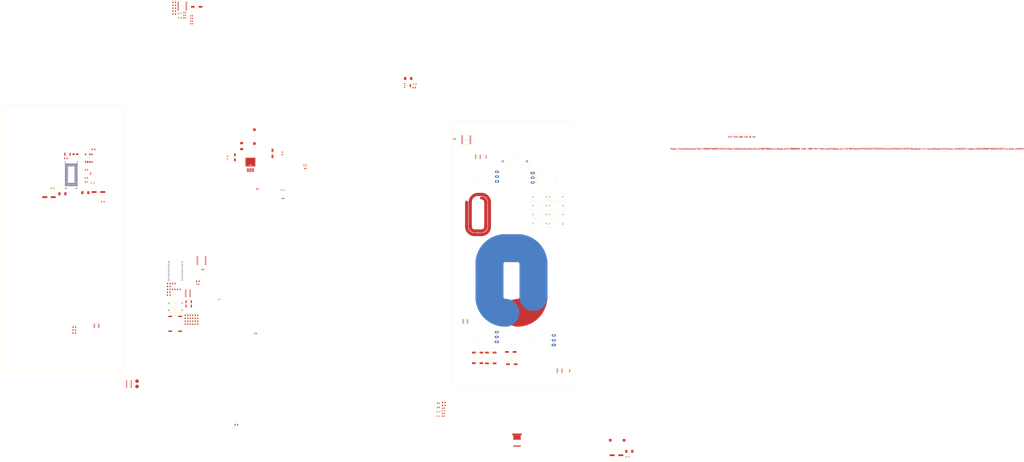
<source format=kicad_pcb>
(kicad_pcb (version 20241229) (generator "pcbnew") (generator_version "9.0")
  (layers (0 "F.Cu" signal) (4 "In1.Cu" signal) (6 "In2.Cu" signal) (2 "B.Cu" signal) (13 "F.Paste" user) (15 "B.Paste" user) (5 "F.SilkS" user "F.Silkscreen") (7 "B.SilkS" user "B.Silkscreen") (1 "F.Mask" user) (3 "B.Mask" user) (25 "Edge.Cuts" user))
  (net 0 "")
  (net 1 "OUT1")
  (net 2 "Net-(IC9-GND)")
  (net 3 "HVN1")
  (net 4 "Net-(T3-AB)")
  (net 5 "Net-(U7-DCDC_IN)")
  (net 6 "Net-(U7-DCDC_OUT)")
  (net 7 "Net-(U7-HLDO_OUT)")
  (net 8 "+5V")
  (net 9 "+3.3V")
  (net 10 "+12drvSec")
  (net 11 "HVP1")
  (net 12 "+12drvPrimH")
  (net 13 "+12drvPrim")
  (net 14 "Net-(D1-K)")
  (net 15 "Net-(IC1-DRV)")
  (net 16 "D_S_1")
  (net 17 "Net-(IC1-MIN_TOFF)")
  (net 18 "Net-(IC1-MIN_TON)")
  (net 20 "D_S_2")
  (net 21 "S_P_1")
  (net 22 "G_P_1")
  (net 23 "G_P_2")
  (net 24 "G_S_2")
  (net 25 "G_S_1")
  (net 26 "Net-(R40-Pad1)")
  (net 27 "VoutMeasDiag")
  (net 28 "Net-(U7-INP)")
  (net 29 "Net-(U7-OUTN)")
  (net 30 "Net-(U7-OUTP)")
  (net 32 "Net-(U8-+)")
  (net 33 "Net-(U8--)")
  (net 34 "VoutMes1")
  (net 35 "CompOut")
  (net 36 "Net-(U9A--)")
  (net 37 "Net-(U9B--)")
  (net 38 "Net-(U9C--)")
  (net 39 "Net-(U9D--)")
  (net 40 "VinMes1")
  (net 41 "CurrInMes1")
  (net 42 "ThermMes1")
  (net 43 "HVP2")
  (net 44 "CurrOutMes1")
  (net 45 "OUT2")
  (net 46 "CurrOutFault")
  (net 47 "GND2")
  (net 48 "Net-(R20-Pad2)")
  (net 49 "HVN_IN")
  (net 50 "HVP_IN")
  (net 51 "Net-(R21-Pad2)")
  (net 52 "Net-(R22-Pad2)")
  (net 53 "Net-(R23-Pad2)")
  (net 54 "Vref33")
  (net 55 "GND_IN")
  (net 56 "Net-(C52-Pad2)")
  (net 57 "Net-(C54-Pad2)")
  (net 58 "Net-(C55-Pad2)")
  (net 59 "Net-(C65-Pad2)")
  (net 60 "Net-(IC10-GND2_1)")
  (net 61 "Net-(IC10-VCC2)")
  (net 62 "EN1")
  (net 63 "FeedbacktoMCU")
  (net 66 "Net-(IC11-VOB)")
  (net 67 "Net-(IC11-VOA)")
  (net 72 "ResMuc")
  (net 77 "Net-(PS1-BP{slash}M)")
  (net 78 "RDY1")
  (net 79 "Net-(C11-Pad1)")
  (net 80 "Net-(C48-Pad2)")
  (net 82 "Net-(C50-Pad2)")
  (net 83 "Net-(C52-Pad1)")
  (net 87 "Net-(T3-AA)")
  (net 88 "Net-(D1-A)")
  (net 89 "Net-(D3-A)")
  (net 90 "Net-(D4-A)")
  (net 91 "Net-(PS1-EN{slash}UV)")
  (net 92 "Net-(Z2-A)")
  (net 93 "Net-(D5-K)")
  (net 94 "Net-(IC7-DRV)")
  (net 96 "Net-(IC7-MIN_TON)")
  (net 97 "Net-(IC7-MIN_TOFF)")
  (net 108 "Net-(D7-K)")
  (net 109 "Net-(D2-A)")
  (net 110 "Net-(Q6-B)")
  (net 111 "TOMUC")
  (net 112 "VIA")
  (net 114 "VIB")
  (footprint "Resistor_SMD:R_1206_3216Metric" (layer "F.Cu") (at 195.77161 -231.865)
    (property "Reference" "R22" (at 0 -1.83 0) (layer "F.SilkS"))
    (property "Value" "100K 0.1% 520mW")
    (pad "1" smd roundrect (at -1.4625 0) (size 1.125 1.75) (layers "F.Cu" "F.Mask" "F.Paste") (roundrect_rratio 0.222222) (net 51 "Net-(R21-Pad2)"))
    (pad "2" smd roundrect (at 1.4625 0) (size 1.125 1.75) (layers "F.Cu" "F.Mask" "F.Paste") (roundrect_rratio 0.222222) (net 52 "Net-(R22-Pad2)"))
  )
  (footprint "GRM31CR71E106KA12K:GRM31x" (layer "F.Cu") (at 507.4575 -93.77)
    (property "Reference" "C14" (at 0 0 0) (layer "F.SilkS") (effects (font (size 1.27 1.27) (thickness 0.254))))
    (property "Value" "GRM31CR71E106KA12K" (hide yes))
    (pad "1" smd rect (at -1.475 0) (size 1.05 1.6) (layers "F.Cu" "F.Mask" "F.Paste") (net 9 "+3.3V"))
    (pad "2" smd rect (at 1.475 0) (size 1.05 1.6) (layers "F.Cu" "F.Mask" "F.Paste") (net 3 "HVN1"))
  )
  (footprint "BCP5616H6327XTSA1:SOT230P700X180-4N" (layer "F.Cu") (at 466.885 -463.51)
    (property "Reference" "Q6" (at 0 0 0) (layer "F.SilkS") (effects (font (size 1.27 1.27) (thickness 0.254))))
    (property "Value" "BCP5616H6327XTSA1" (hide yes))
    (pad "1" smd rect (at -3.25 -2.3 90) (size 0.9 1.5) (layers "F.Cu" "F.Mask" "F.Paste") (net 110 "Net-(Q6-B)"))
    (pad "2" smd rect (at -3.25 0 90) (size 0.9 1.5) (layers "F.Cu" "F.Mask" "F.Paste") (net 3 "HVN1"))
    (pad "3" smd rect (at -3.25 2.3 90) (size 0.9 1.5) (layers "F.Cu" "F.Mask" "F.Paste") (net 109 "Net-(D2-A)"))
    (pad "4" smd rect (at 3.25 0) (size 1.5 3.2) (layers "F.Cu" "F.Mask" "F.Paste") (net 3 "HVN1"))
  )
  (footprint "Diode_SMD:D_SMC" (layer "F.Cu") (at 75 -340.5)
    (property "Reference" "D4" (at 0 -4.1 0) (layer "F.SilkS"))
    (property "Value" "MBRS340")
    (pad "1" smd roundrect (at -3.4 0 90) (size 3.3 2.5) (layers "F.Cu" "F.Mask" "F.Paste") (roundrect_rratio 0.1) (net 12 "+12drvPrimH"))
    (pad "2" smd roundrect (at 3.4 0 90) (size 3.3 2.5) (layers "F.Cu" "F.Mask" "F.Paste") (roundrect_rratio 0.1) (net 90 "Net-(D4-A)"))
  )
  (footprint "Diode_SMD:D_SMC" (layer "F.Cu") (at 718.6 -47.75)
    (property "Reference" "D7" (at 0 -4.1 0) (layer "F.SilkS"))
    (property "Value" "MBRS340")
    (pad "1" smd roundrect (at -3.4 0 90) (size 3.3 2.5) (layers "F.Cu" "F.Mask" "F.Paste") (roundrect_rratio 0.1) (net 108 "Net-(D7-K)"))
    (pad "2" smd roundrect (at 3.4 0 90) (size 3.3 2.5) (layers "F.Cu" "F.Mask" "F.Paste") (roundrect_rratio 0.1) (net 47 "GND2"))
  )
  (footprint "GRM31CR71E106KA12K:GRM31x" (layer "F.Cu") (at 501.8365 -87.741)
    (property "Reference" "C59" (at 0 0 0) (layer "F.SilkS") (effects (font (size 1.27 1.27) (thickness 0.254))))
    (property "Value" "GRM31CR71E106KA12K" (hide yes))
    (pad "1" smd rect (at -1.475 0) (size 1.05 1.6) (layers "F.Cu" "F.Mask" "F.Paste") (net 10 "+12drvSec"))
    (pad "2" smd rect (at 1.475 0) (size 1.05 1.6) (layers "F.Cu" "F.Mask" "F.Paste") (net 47 "GND2"))
  )
  (footprint "GRM31CR71E106KA12K:GRM31x" (layer "F.Cu") (at 262.5 -381.625 -90)
    (property "Reference" "C71" (at 0 0 90) (layer "F.SilkS") (effects (font (size 1.27 1.27) (thickness 0.254))))
    (property "Value" "GRM31CR71E106KA12K" (hide yes))
    (pad "1" smd rect (at -1.475 0 270) (size 1.05 1.6) (layers "F.Cu" "F.Mask" "F.Paste") (net 13 "+12drvPrim"))
    (pad "2" smd rect (at 1.475 0 270) (size 1.05 1.6) (layers "F.Cu" "F.Mask" "F.Paste") (net 3 "HVN1"))
  )
  (footprint "B32672L8153J000:CAPRR1500W80L1800T850H1450" (layer "F.Cu") (at 616.75 -306.85)
    (property "Reference" "C78" (at -6.075 -5.335 0) (layer "F.SilkS"))
    (property "Value" "B32672L8153J")
    (pad "1" thru_hole circle (at -7.5 0) (size 1.4 1.4) (drill 1.05) (layers "*.Cu" "*.Mask") (net 4 "Net-(T3-AB)"))
    (pad "2" thru_hole circle (at 7.5 0) (size 1.4 1.4) (drill 1.05) (layers "*.Cu" "*.Mask") (net 3 "HVN1"))
  )
  (footprint "Package_SO:SOIC-14_3.9x8.7mm_P1.27mm" (layer "F.Cu") (at 217.41161 -227.35)
    (property "Reference" "U9" (at 0 -5.28 0) (layer "F.SilkS"))
    (property "Value" "TLV9024QDRQ1")
    (pad "1" smd roundrect (at -2.475 -3.81) (size 1.95 0.6) (layers "F.Cu" "F.Mask" "F.Paste") (net 35 "CompOut"))
    (pad "2" smd roundrect (at -2.475 -2.54) (size 1.95 0.6) (layers "F.Cu" "F.Mask" "F.Paste") (net 35 "CompOut"))
    (pad "3" smd roundrect (at -2.475 -1.27) (size 1.95 0.6) (layers "F.Cu" "F.Mask" "F.Paste") (net 9 "+3.3V"))
    (pad "4" smd roundrect (at -2.475 0) (size 1.95 0.6) (layers "F.Cu" "F.Mask" "F.Paste") (net 37 "Net-(U9B--)"))
    (pad "5" smd roundrect (at -2.475 1.27) (size 1.95 0.6) (layers "F.Cu" "F.Mask" "F.Paste") (net 40 "VinMes1"))
    (pad "6" smd roundrect (at -2.475 2.54) (size 1.95 0.6) (layers "F.Cu" "F.Mask" "F.Paste") (net 36 "Net-(U9A--)"))
    (pad "7" smd roundrect (at -2.475 3.81) (size 1.95 0.6) (layers "F.Cu" "F.Mask" "F.Paste") (net 34 "VoutMes1"))
    (pad "8" smd roundrect (at 2.475 3.81) (size 1.95 0.6) (layers "F.Cu" "F.Mask" "F.Paste") (net 38 "Net-(U9C--)"))
    (pad "9" smd roundrect (at 2.475 2.54) (size 1.95 0.6) (layers "F.Cu" "F.Mask" "F.Paste") (net 41 "CurrInMes1"))
    (pad "10" smd roundrect (at 2.475 1.27) (size 1.95 0.6) (layers "F.Cu" "F.Mask" "F.Paste") (net 39 "Net-(U9D--)"))
    (pad "11" smd roundrect (at 2.475 0) (size 1.95 0.6) (layers "F.Cu" "F.Mask" "F.Paste") (net 44 "CurrOutMes1"))
    (pad "12" smd roundrect (at 2.475 -1.27) (size 1.95 0.6) (layers "F.Cu" "F.Mask" "F.Paste") (net 3 "HVN1"))
    (pad "13" smd roundrect (at 2.475 -2.54) (size 1.95 0.6) (layers "F.Cu" "F.Mask" "F.Paste") (net 35 "CompOut"))
    (pad "14" smd roundrect (at 2.475 -3.81) (size 1.95 0.6) (layers "F.Cu" "F.Mask" "F.Paste") (net 35 "CompOut"))
  )
  (footprint "Capacitor_SMD:C_0805_2012Metric" (layer "F.Cu") (at 294.55 -181.75)
    (property "Reference" "C41" (at 0 -1.68 0) (layer "F.SilkS"))
    (property "Value" "SH21B104K101CT")
    (pad "1" smd roundrect (at -0.95 0) (size 1 1.45) (layers "F.Cu" "F.Mask" "F.Paste") (net 3 "HVN1"))
    (pad "2" smd roundrect (at 0.95 0) (size 1 1.45) (layers "F.Cu" "F.Mask" "F.Paste") (net 9 "+3.3V"))
  )
  (footprint "SI82390BD-IS:SOIC127P1030X265-16N" (layer "F.Cu") (at 211.1 -553.8)
    (property "Reference" "IC11" (at 0 0 0) (layer "F.SilkS") (effects (font (size 1.27 1.27) (thickness 0.254))))
    (property "Value" "SI82390BD-IS" (hide yes))
    (pad "1" smd rect (at -4.675 -4.445 90) (size 0.65 1.85) (layers "F.Cu" "F.Mask" "F.Paste") (net 112 "VIA"))
    (pad "2" smd rect (at -4.675 -3.175 90) (size 0.65 1.85) (layers "F.Cu" "F.Mask" "F.Paste") (net 114 "VIB"))
    (pad "3" smd rect (at -4.675 -1.905 90) (size 0.65 1.85) (layers "F.Cu" "F.Mask" "F.Paste") (net 9 "+3.3V"))
    (pad "4" smd rect (at -4.675 -0.635 90) (size 0.65 1.85) (layers "F.Cu" "F.Mask" "F.Paste") (net 3 "HVN1"))
    (pad "5" smd rect (at -4.675 0.635 90) (size 0.65 1.85) (layers "F.Cu" "F.Mask" "F.Paste") (net 62 "EN1"))
    (pad "6" smd rect (at -4.675 1.905 90) (size 0.65 1.85) (layers "F.Cu" "F.Mask" "F.Paste"))
    (pad "7" smd rect (at -4.675 3.175 90) (size 0.65 1.85) (layers "F.Cu" "F.Mask" "F.Paste") (net 78 "RDY1"))
    (pad "8" smd rect (at -4.675 4.445 90) (size 0.65 1.85) (layers "F.Cu" "F.Mask" "F.Paste") (net 9 "+3.3V"))
    (pad "9" smd rect (at 4.675 4.445 90) (size 0.65 1.85) (layers "F.Cu" "F.Mask" "F.Paste") (net 3 "HVN1"))
    (pad "10" smd rect (at 4.675 3.175 90) (size 0.65 1.85) (layers "F.Cu" "F.Mask" "F.Paste") (net 66 "Net-(IC11-VOB)"))
    (pad "11" smd rect (at 4.675 1.905 90) (size 0.65 1.85) (layers "F.Cu" "F.Mask" "F.Paste") (net 13 "+12drvPrim"))
    (pad "12" smd rect (at 4.675 0.635 90) (size 0.65 1.85) (layers "F.Cu" "F.Mask" "F.Paste"))
    (pad "13" smd rect (at 4.675 -0.635 90) (size 0.65 1.85) (layers "F.Cu" "F.Mask" "F.Paste"))
    (pad "14" smd rect (at 4.675 -1.905 90) (size 0.65 1.85) (layers "F.Cu" "F.Mask" "F.Paste") (net 22 "G_P_1"))
    (pad "15" smd rect (at 4.675 -3.175 90) (size 0.65 1.85) (layers "F.Cu" "F.Mask" "F.Paste") (net 67 "Net-(IC11-VOA)"))
    (pad "16" smd rect (at 4.675 -4.445 90) (size 0.65 1.85) (layers "F.Cu" "F.Mask" "F.Paste") (net 12 "+12drvPrimH"))
  )
  (footprint "B40910A8127M000:B40910A8127M000" (layer "F.Cu") (at 584 -160.75)
    (property "Reference" "C7" (at 0 0 0) (layer "F.SilkS") (effects (font (size 1.27 1.27) (thickness 0.254))))
    (property "Value" "B40910A8127M000" (hide yes))
    (pad "1" smd rect (at -4.35 0 90) (size 2 4.1) (layers "F.Cu" "F.Mask" "F.Paste") (net 1 "OUT1"))
    (pad "2" smd rect (at 4.35 0 90) (size 2 4.1) (layers "F.Cu" "F.Mask" "F.Paste") (net 47 "GND2"))
  )
  (footprint "Capacitor_SMD:C_0805_2012Metric" (layer "F.Cu") (at 325.425 -335.25 180)
    (property "Reference" "C5" (at 0 -1.68 0) (layer "F.SilkS"))
    (property "Value" "SH21B104K101CT" (hide yes))
    (pad "1" smd roundrect (at -0.95 0 180) (size 1 1.45) (layers "F.Cu" "F.Mask" "F.Paste") (net 9 "+3.3V"))
    (pad "2" smd roundrect (at 0.95 0 180) (size 1 1.45) (layers "F.Cu" "F.Mask" "F.Paste") (net 3 "HVN1"))
  )
  (footprint "LM2575HVS-12_NOPB:LM2575HVS12NOPB" (layer "F.Cu") (at 591.105 -61.57)
    (property "Reference" "IC2" (at 0 1.65 0) (layer "F.SilkS") (effects (font (size 1.27 1.27) (thickness 0.254))))
    (property "Value" "LM2575HVS-12_NOPB" (hide yes))
    (pad "1" smd rect (at -3.4 7.769) (size 1.07 2.16) (layers "F.Cu" "F.Mask" "F.Paste") (net 1 "OUT1"))
    (pad "2" smd rect (at -1.7 7.769) (size 1.07 2.16) (layers "F.Cu" "F.Mask" "F.Paste") (net 108 "Net-(D7-K)"))
    (pad "3" smd rect (at 0 7.769) (size 1.07 2.16) (layers "F.Cu" "F.Mask" "F.Paste") (net 47 "GND2"))
    (pad "4" smd rect (at 1.7 7.769) (size 1.07 2.16) (layers "F.Cu" "F.Mask" "F.Paste") (net 10 "+12drvSec"))
    (pad "5" smd rect (at 3.4 7.769) (size 1.07 2.16) (layers "F.Cu" "F.Mask" "F.Paste") (net 47 "GND2"))
    (pad "6" smd rect (at 0 -5.446 90) (size 1.91 10.8) (layers "F.Cu" "F.Mask" "F.Paste") (net 47 "GND2"))
    (pad "7" smd rect (at 0 -1.95 90) (size 5.08 8.33) (layers "F.Cu" "F.Mask" "F.Paste") (net 47 "GND2"))
  )
  (footprint "Resistor_SMD:R_1206_3216Metric" (layer "F.Cu") (at 195.77161 -235.175)
    (property "Reference" "R21" (at 0 -1.83 0) (layer "F.SilkS"))
    (property "Value" "100K 0.1% 520mW")
    (pad "1" smd roundrect (at -1.4625 0) (size 1.125 1.75) (layers "F.Cu" "F.Mask" "F.Paste") (roundrect_rratio 0.222222) (net 48 "Net-(R20-Pad2)"))
    (pad "2" smd roundrect (at 1.4625 0) (size 1.125 1.75) (layers "F.Cu" "F.Mask" "F.Paste") (roundrect_rratio 0.222222) (net 51 "Net-(R21-Pad2)"))
  )
  (footprint "Resistor_SMD:R_1206_3216Metric" (layer "F.Cu") (at 88.52161 -185.575)
    (property "Reference" "R10" (at 0 -1.83 0) (layer "F.SilkS"))
    (property "Value" "R")
    (pad "1" smd roundrect (at -1.4625 0) (size 1.125 1.75) (layers "F.Cu" "F.Mask" "F.Paste") (roundrect_rratio 0.222222) (net 96 "Net-(IC7-MIN_TON)"))
    (pad "2" smd roundrect (at 1.4625 0) (size 1.125 1.75) (layers "F.Cu" "F.Mask" "F.Paste") (roundrect_rratio 0.222222) (net 47 "GND2"))
  )
  (footprint "Package_TO_SOT_THT:TO-247-3_Horizontal_TabDown" (layer "F.Cu") (at 568.36 -354.55 90)
    (property "Reference" "Q1" (at 5.45 -26.98 90) (layer "F.SilkS"))
    (property "Value" "IPW60R037CM8XKSA1")
    (pad "" np_thru_hole circle (at 5.45 -19.86 90) (size 3.6 3.6) (drill 3.6) (layers "*.Cu" "*.Mask"))
    (pad "1" thru_hole rect (at 0 0 90) (size 2.5 4.5) (drill 1.5) (layers "*.Cu" "*.Mask") (net 22 "G_P_1"))
    (pad "2" thru_hole oval (at 5.45 0 90) (size 2.5 4.5) (drill 1.5) (layers "*.Cu" "*.Mask") (net 11 "HVP1"))
    (pad "3" thru_hole oval (at 10.9 0 90) (size 2.5 4.5) (drill 1.5) (layers "*.Cu" "*.Mask") (net 21 "S_P_1"))
  )
  (footprint "Resistor_SMD:R_1206_3216Metric" (layer "F.Cu") (at 201.92 -548.14)
    (property "Reference" "R38" (at 0 -1.83 0) (layer "F.SilkS"))
    (property "Value" "R")
    (pad "1" smd roundrect (at -1.4625 0) (size 1.125 1.75) (layers "F.Cu" "F.Mask" "F.Paste") (roundrect_rratio 0.222222) (net 22 "G_P_1"))
    (pad "2" smd roundrect (at 1.4625 0) (size 1.125 1.75) (layers "F.Cu" "F.Mask" "F.Paste") (roundrect_rratio 0.222222) (net 21 "S_P_1"))
  )
  (footprint "Resistor_SMD:R_2512_6332Metric" (layer "F.Cu") (at 218.42161 -217.795)
    (property "Reference" "R39" (at 0 -2.63 0) (layer "F.SilkS"))
    (property "Value" "35203R9JT")
    (pad "1" smd roundrect (at -2.9625 0) (size 1.225 3.35) (layers "F.Cu" "F.Mask" "F.Paste") (roundrect_rratio 0.204082) (net 58 "Net-(C55-Pad2)"))
    (pad "2" smd roundrect (at 2.9625 0) (size 1.225 3.35) (layers "F.Cu" "F.Mask" "F.Paste") (roundrect_rratio 0.204082) (net 55 "GND_IN"))
  )
  (footprint "Capacitor_SMD:C_0805_2012Metric" (layer "F.Cu") (at 234.41161 -254.395)
    (property "Reference" "C40" (at 0 -1.68 0) (layer "F.SilkS"))
    (property "Value" "SH21B104K101CT")
    (pad "1" smd roundrect (at -0.95 0) (size 1 1.45) (layers "F.Cu" "F.Mask" "F.Paste") (net 61 "Net-(IC10-VCC2)"))
    (pad "2" smd roundrect (at 0.95 0) (size 1 1.45) (layers "F.Cu" "F.Mask" "F.Paste") (net 60 "Net-(IC10-GND2_1)"))
  )
  (footprint "Resistor_SMD:R_1206_3216Metric" (layer "F.Cu") (at 201.92 -544.83)
    (property "Reference" "R44" (at 0 -1.83 0) (layer "F.SilkS"))
    (property "Value" "R")
    (pad "1" smd roundrect (at -1.4625 0) (size 1.125 1.75) (layers "F.Cu" "F.Mask" "F.Paste") (roundrect_rratio 0.222222) (net 23 "G_P_2"))
    (pad "2" smd roundrect (at 1.4625 0) (size 1.125 1.75) (layers "F.Cu" "F.Mask" "F.Paste") (roundrect_rratio 0.222222) (net 3 "HVN1"))
  )
  (footprint "B32672L8153J000:CAPRR1500W80L1800T850H1450" (layer "F.Cu") (at 635.5 -306.25)
    (property "Reference" "C74" (at -6.075 -5.335 0) (layer "F.SilkS"))
    (property "Value" "B32672L8153J")
    (pad "1" thru_hole circle (at -7.5 0) (size 1.4 1.4) (drill 1.05) (layers "*.Cu" "*.Mask") (net 4 "Net-(T3-AB)"))
    (pad "2" thru_hole circle (at 7.5 0) (size 1.4 1.4) (drill 1.05) (layers "*.Cu" "*.Mask") (net 3 "HVN1"))
  )
  (footprint "TestPoint:TestPoint_Pad_D4.0mm" (layer "F.Cu") (at 159.75 -127.55)
    (property "Reference" "TP1" (at 0 -2.898 0) (layer "F.SilkS"))
    (property "Value" "TestPoint")
    (pad "1" smd circle (at 0 0) (size 4 4) (layers "F.Cu" "F.Mask") (net 11 "HVP1"))
  )
  (footprint "GRM31CR71E106KA12K:GRM31x" (layer "F.Cu") (at 120.9 -331.5)
    (property "Reference" "C3" (at 0 0 0) (layer "F.SilkS") (effects (font (size 1.27 1.27) (thickness 0.254))))
    (property "Value" "GRM31CR71E106KA12K" (hide yes))
    (pad "1" smd rect (at -1.475 0) (size 1.05 1.6) (layers "F.Cu" "F.Mask" "F.Paste") (net 13 "+12drvPrim"))
    (pad "2" smd rect (at 1.475 0) (size 1.05 1.6) (layers "F.Cu" "F.Mask" "F.Paste") (net 3 "HVN1"))
  )
  (footprint "Capacitor_SMD:C_0805_2012Metric" (layer "F.Cu") (at 221.7 -533.79)
    (property "Reference" "C29" (at 0 -1.68 0) (layer "F.SilkS"))
    (property "Value" "1n")
    (pad "1" smd roundrect (at -0.95 0) (size 1 1.45) (layers "F.Cu" "F.Mask" "F.Paste") (net 33 "Net-(U8--)"))
    (pad "2" smd roundrect (at 0.95 0) (size 1 1.45) (layers "F.Cu" "F.Mask" "F.Paste") (net 34 "VoutMes1"))
  )
  (footprint "B40910A8127M000:B40910A8127M000" (layer "F.Cu") (at 227.425 -553.025)
    (property "Reference" "C46" (at 0 0 0) (layer "F.SilkS") (effects (font (size 1.27 1.27) (thickness 0.254))))
    (property "Value" "B40910A8127M000" (hide yes))
    (pad "1" smd rect (at -4.35 0 90) (size 2 4.1) (layers "F.Cu" "F.Mask" "F.Paste") (net 1 "OUT1"))
    (pad "2" smd rect (at 4.35 0 90) (size 2 4.1) (layers "F.Cu" "F.Mask" "F.Paste") (net 47 "GND2"))
  )
  (footprint "B32672L8153J000:CAPRR1500W80L1800T850H1450" (layer "F.Cu") (at 616.75 -326.95)
    (property "Reference" "C76" (at -6.075 -5.335 0) (layer "F.SilkS"))
    (property "Value" "B32672L8153J")
    (pad "1" thru_hole circle (at -7.5 0) (size 1.4 1.4) (drill 1.05) (layers "*.Cu" "*.Mask") (net 4 "Net-(T3-AB)"))
    (pad "2" thru_hole circle (at 7.5 0) (size 1.4 1.4) (drill 1.05) (layers "*.Cu" "*.Mask") (net 3 "HVN1"))
  )
  (footprint "GRM31CR71E106KA12K:GRM31x" (layer "F.Cu") (at 208.129 -540.519)
    (property "Reference" "C84" (at 0 0 0) (layer "F.SilkS") (effects (font (size 1.27 1.27) (thickness 0.254))))
    (property "Value" "GRM31CR71E106KA12K" (hide yes))
    (pad "1" smd rect (at -1.475 0) (size 1.05 1.6) (layers "F.Cu" "F.Mask" "F.Paste") (net 13 "+12drvPrim"))
    (pad "2" smd rect (at 1.475 0) (size 1.05 1.6) (layers "F.Cu" "F.Mask" "F.Paste") (net 3 "HVN1"))
  )
  (footprint "Capacitor_SMD:C_1206_3216Metric" (layer "F.Cu") (at 215.91161 -195.675)
    (property "Reference" "C49" (at 0 -1.85 0) (layer "F.SilkS"))
    (property "Value" "885342208008")
    (pad "1" smd roundrect (at -1.475 0) (size 1.15 1.8) (layers "F.Cu" "F.Mask" "F.Paste") (roundrect_rratio 0.217391) (net 80 "Net-(C48-Pad2)"))
    (pad "2" smd roundrect (at 1.475 0) (size 1.15 1.8) (layers "F.Cu" "F.Mask" "F.Paste") (roundrect_rratio 0.217391))
  )
  (footprint "Capacitor_SMD:C_0805_2012Metric" (layer "F.Cu") (at 213.75 -543.36)
    (property "Reference" "C70" (at 0 -1.68 0) (layer "F.SilkS"))
    (property "Value" "SH21B104K101CT")
    (pad "1" smd roundrect (at -0.95 0) (size 1 1.45) (layers "F.Cu" "F.Mask" "F.Paste") (net 12 "+12drvPrimH"))
    (pad "2" smd roundrect (at 0.95 0) (size 1 1.45) (layers "F.Cu" "F.Mask" "F.Paste") (net 22 "G_P_1"))
  )
  (footprint "GRM31CR71E106KA12K:GRM31x" (layer "F.Cu") (at 208.129 -545.423)
    (property "Reference" "C83" (at 0 0 0) (layer "F.SilkS") (effects (font (size 1.27 1.27) (thickness 0.254))))
    (property "Value" "GRM31CR71E106KA12K" (hide yes))
    (pad "1" smd rect (at -1.475 0) (size 1.05 1.6) (layers "F.Cu" "F.Mask" "F.Paste") (net 12 "+12drvPrimH"))
    (pad "2" smd rect (at 1.475 0) (size 1.05 1.6) (layers "F.Cu" "F.Mask" "F.Paste") (net 22 "G_P_1"))
  )
  (footprint "Capacitor_SMD:C_0805_2012Metric" (layer "F.Cu") (at 221.7 -542.82)
    (property "Reference" "C19" (at 0 -1.68 0) (layer "F.SilkS"))
    (property "Value" "SH21B104K101CT")
    (pad "1" smd roundrect (at -0.95 0) (size 1 1.45) (layers "F.Cu" "F.Mask" "F.Paste") (net 47 "GND2"))
    (pad "2" smd roundrect (at 0.95 0) (size 1 1.45) (layers "F.Cu" "F.Mask" "F.Paste") (net 6 "Net-(U7-DCDC_OUT)"))
  )
  (footprint "R46KI310050M1K:R46KI310050M1K" (layer "F.Cu") (at 196.01661 -208.1)
    (property "Reference" "C57" (at 7.5 0 0) (layer "F.SilkS") (effects (font (size 1.27 1.27) (thickness 0.254))))
    (property "Value" "R46KI310050M1K" (hide yes))
    (pad "1" thru_hole rect (at 0 0) (size 1.3 1.3) (drill 0.8) (layers "*.Cu" "*.Mask") (net 43 "HVP2"))
    (pad "2" thru_hole circle (at 15 0) (size 1.3 1.3) (drill 0.8) (layers "*.Cu" "*.Mask") (net 3 "HVN1"))
  )
  (footprint "875115350002:CAPAE830X770N" (layer "F.Cu") (at 313.5 -386.4 -90)
    (property "Reference" "C58" (at 0 0 270) (layer "F.SilkS") (effects (font (size 1.27 1.27) (thickness 0.254))))
    (property "Value" "875115350002" (hide yes))
    (pad "1" smd rect (at -3.35 0) (size 2.05 4) (layers "F.Cu" "F.Mask" "F.Paste") (net 9 "+3.3V"))
    (pad "2" smd rect (at 3.35 0) (size 2.05 4) (layers "F.Cu" "F.Mask" "F.Paste") (net 3 "HVN1"))
  )
  (footprint "EEV-FK1V471Q:EEEFK0J332AQ" (layer "F.Cu") (at 704.105 -43.35)
    (property "Reference" "C47" (at -0.55 0 0) (layer "F.SilkS") (effects (font (size 1.27 1.27) (thickness 0.254))))
    (property "Value" "EEV-FK1V471Q" (hide yes))
    (pad "1" smd rect (at -4.85 0 90) (size 2 5.7) (layers "F.Cu" "F.Mask" "F.Paste") (net 10 "+12drvSec"))
    (pad "2" smd rect (at 4.85 0 90) (size 2 5.7) (layers "F.Cu" "F.Mask" "F.Paste") (net 47 "GND2"))
  )
  (footprint "R46KI310050M1K:R46KI310050M1K" (layer "F.Cu") (at 196.01661 -216.2)
    (property "Reference" "C56" (at 7.5 0 0) (layer "F.SilkS") (effects (font (size 1.27 1.27) (thickness 0.254))))
    (property "Value" "R46KI310050M1K" (hide yes))
    (pad "1" thru_hole rect (at 0 0) (size 1.3 1.3) (drill 0.8) (layers "*.Cu" "*.Mask") (net 50 "HVP_IN"))
    (pad "2" thru_hole circle (at 15 0) (size 1.3 1.3) (drill 0.8) (layers "*.Cu" "*.Mask") (net 49 "HVN_IN"))
  )
  (footprint "Package_TO_SOT_SMD:SOT-353_SC-70-5" (layer "F.Cu") (at 253.55 -220.4)
    (property "Reference" "U8" (at 0 -2.25 0) (layer "F.SilkS"))
    (property "Value" "TLV6001IDCKT")
    (pad "1" smd roundrect (at -0.95 -0.65) (size 0.65 0.4) (layers "F.Cu" "F.Mask" "F.Paste") (net 32 "Net-(U8-+)"))
    (pad "2" smd roundrect (at -0.95 0) (size 0.65 0.4) (layers "F.Cu" "F.Mask" "F.Paste") (net 3 "HVN1"))
    (pad "3" smd roundrect (at -0.95 0.65) (size 0.65 0.4) (layers "F.Cu" "F.Mask" "F.Paste") (net 33 "Net-(U8--)"))
    (pad "4" smd roundrect (at 0.95 0.65) (size 0.65 0.4) (layers "F.Cu" "F.Mask" "F.Paste") (net 34 "VoutMes1"))
    (pad "5" smd roundrect (at 0.95 -0.65) (size 0.65 0.4) (layers "F.Cu" "F.Mask" "F.Paste") (net 9 "+3.3V"))
  )
  (footprint "Package_SO:SOIC-8_3.9x4.9mm_P1.27mm" (layer "F.Cu") (at 113.775 -190.345)
    (property "Reference" "IC7" (at 0 -3.4 0) (layer "F.SilkS"))
    (property "Value" "NCP43080DDR2G")
    (pad "1" smd roundrect (at -2.475 -1.905) (size 1.95 0.6) (layers "F.Cu" "F.Mask" "F.Paste") (net 10 "+12drvSec"))
    (pad "2" smd roundrect (at -2.475 -0.635) (size 1.95 0.6) (layers "F.Cu" "F.Mask" "F.Paste") (net 97 "Net-(IC7-MIN_TOFF)"))
    (pad "3" smd roundrect (at -2.475 0.635) (size 1.95 0.6) (layers "F.Cu" "F.Mask" "F.Paste") (net 96 "Net-(IC7-MIN_TON)"))
    (pad "4" smd roundrect (at -2.475 1.905) (size 1.95 0.6) (layers "F.Cu" "F.Mask" "F.Paste") (net 47 "GND2"))
    (pad "5" smd roundrect (at 2.475 1.905) (size 1.95 0.6) (layers "F.Cu" "F.Mask" "F.Paste"))
    (pad "6" smd roundrect (at 2.475 0.635) (size 1.95 0.6) (layers "F.Cu" "F.Mask" "F.Paste") (net 20 "D_S_2"))
    (pad "7" smd roundrect (at 2.475 -0.635) (size 1.95 0.6) (layers "F.Cu" "F.Mask" "F.Paste") (net 47 "GND2"))
    (pad "8" smd roundrect (at 2.475 -1.905) (size 1.95 0.6) (layers "F.Cu" "F.Mask" "F.Paste") (net 94 "Net-(IC7-DRV)"))
  )
  (footprint "Capacitor_SMD:C_1206_3216Metric" (layer "F.Cu") (at 227.21161 -192.325)
    (property "Reference" "C66" (at 0 -1.85 0) (layer "F.SilkS"))
    (property "Value" "885342208008")
    (pad "1" smd roundrect (at -1.475 0) (size 1.15 1.8) (layers "F.Cu" "F.Mask" "F.Paste") (roundrect_rratio 0.217391) (net 59 "Net-(C65-Pad2)"))
    (pad "2" smd roundrect (at 1.475 0) (size 1.15 1.8) (layers "F.Cu" "F.Mask" "F.Paste") (roundrect_rratio 0.217391) (net 55 "GND_IN"))
  )
  (footprint "Capacitor_SMD:C_1206_3216Metric" (layer "F.Cu") (at 215.91161 -202.375)
    (property "Reference" "C11" (at 0 -1.85 0) (layer "F.SilkS"))
    (property "Value" "885342208008")
    (pad "1" smd roundrect (at -1.475 0) (size 1.15 1.8) (layers "F.Cu" "F.Mask" "F.Paste") (roundrect_rratio 0.217391) (net 79 "Net-(C11-Pad1)"))
    (pad "2" smd roundrect (at 1.475 0) (size 1.15 1.8) (layers "F.Cu" "F.Mask" "F.Paste") (roundrect_rratio 0.217391) (net 50 "HVP_IN"))
  )
  (footprint "Capacitor_SMD:C_0805_2012Metric" (layer "F.Cu") (at 501.8365 -97.549)
    (property "Reference" "C17" (at 0 -1.68 0) (layer "F.SilkS"))
    (property "Value" "SH21B104K101CT")
    (pad "1" smd roundrect (at -0.95 0) (size 1 1.45) (layers "F.Cu" "F.Mask" "F.Paste") (net 47 "GND2"))
    (pad "2" smd roundrect (at 0.95 0) (size 1 1.45) (layers "F.Cu" "F.Mask" "F.Paste") (net 7 "Net-(U7-HLDO_OUT)"))
  )
  (footprint "B40910A8127M000:B40910A8127M000" (layer "F.Cu") (at 546.5 -160)
    (property "Reference" "C81" (at 0 0 0) (layer "F.SilkS") (effects (font (size 1.27 1.27) (thickness 0.254))))
    (property "Value" "B40910A8127M000" (hide yes))
    (pad "1" smd rect (at -4.35 0 90) (size 2 4.1) (layers "F.Cu" "F.Mask" "F.Paste") (net 47 "GND2"))
    (pad "2" smd rect (at 4.35 0 90) (size 2 4.1) (layers "F.Cu" "F.Mask" "F.Paste") (net 1 "OUT1"))
  )
  (footprint "Capacitor_SMD:C_0805_2012Metric" (layer "F.Cu") (at 556 -382.45 -90)
    (property "Reference" "C4" (at 0 -1.68 90) (layer "F.SilkS"))
    (property "Value" "SH21B104K101CT")
    (pad "1" smd roundrect (at -0.95 0 270) (size 1 1.45) (layers "F.Cu" "F.Mask" "F.Paste") (net 9 "+3.3V"))
    (pad "2" smd roundrect (at 0.95 0 270) (size 1 1.45) (layers "F.Cu" "F.Mask" "F.Paste") (net 2 "Net-(IC9-GND)"))
  )
  (footprint "TestPoint:TestPoint_Pad_D4.0mm" (layer "F.Cu") (at 159.75 -121.5)
    (property "Reference" "TP2" (at 0 -2.898 0) (layer "F.SilkS"))
    (property "Value" "TestPoint")
    (pad "1" smd circle (at 0 0) (size 4 4) (layers "F.Cu" "F.Mask") (net 3 "HVN1"))
  )
  (footprint "Capacitor_SMD:C_1206_3216Metric" (layer "F.Cu") (at 215.91161 -192.325)
    (property "Reference" "C50" (at 0 -1.85 0) (layer "F.SilkS"))
    (property "Value" "885342208008")
    (pad "1" smd roundrect (at -1.475 0) (size 1.15 1.8) (layers "F.Cu" "F.Mask" "F.Paste") (roundrect_rratio 0.217391) (net 3 "HVN1"))
    (pad "2" smd roundrect (at 1.475 0) (size 1.15 1.8) (layers "F.Cu" "F.Mask" "F.Paste") (roundrect_rratio 0.217391) (net 82 "Net-(C50-Pad2)"))
  )
  (footprint "B40910A8127M000:B40910A8127M000" (layer "F.Cu") (at 561.35 -160)
    (property "Reference" "C79" (at 0 0 0) (layer "F.SilkS") (effects (font (size 1.27 1.27) (thickness 0.254))))
    (property "Value" "B40910A8127M000" (hide yes))
    (pad "1" smd rect (at -4.35 0 90) (size 2 4.1) (layers "F.Cu" "F.Mask" "F.Paste") (net 47 "GND2"))
    (pad "2" smd rect (at 4.35 0 90) (size 2 4.1) (layers "F.Cu" "F.Mask" "F.Paste") (net 1 "OUT1"))
  )
  (footprint "Resistor_SMD:R_1206_3216Metric" (layer "F.Cu") (at 201.92 -558.07)
    (property "Reference" "R4" (at 0 -1.83 0) (layer "F.SilkS"))
    (property "Value" "100K")
    (pad "1" smd roundrect (at -1.4625 0) (size 1.125 1.75) (layers "F.Cu" "F.Mask" "F.Paste") (roundrect_rratio 0.222222) (net 62 "EN1"))
    (pad "2" smd roundrect (at 1.4625 0) (size 1.125 1.75) (layers "F.Cu" "F.Mask" "F.Paste") (roundrect_rratio 0.222222) (net 3 "HVN1"))
  )
  (footprint "Package_SO:SOIC-8_3.9x4.9mm_P1.27mm" (layer "F.Cu") (at 532.5 -195.5)
    (property "Reference" "IC1" (at 0 -3.4 0) (layer "F.SilkS"))
    (property "Value" "NCP43080DDR2G")
    (pad "1" smd roundrect (at -2.475 -1.905) (size 1.95 0.6) (layers "F.Cu" "F.Mask" "F.Paste") (net 10 "+12drvSec"))
    (pad "2" smd roundrect (at -2.475 -0.635) (size 1.95 0.6) (layers "F.Cu" "F.Mask" "F.Paste") (net 17 "Net-(IC1-MIN_TOFF)"))
    (pad "3" smd roundrect (at -2.475 0.635) (size 1.95 0.6) (layers "F.Cu" "F.Mask" "F.Paste") (net 18 "Net-(IC1-MIN_TON)"))
    (pad "4" smd roundrect (at -2.475 1.905) (size 1.95 0.6) (layers "F.Cu" "F.Mask" "F.Paste") (net 47 "GND2"))
    (pad "5" smd roundrect (at 2.475 1.905) (size 1.95 0.6) (layers "F.Cu" "F.Mask" "F.Paste"))
    (pad "6" smd roundrect (at 2.475 0.635) (size 1.95 0.6) (layers "F.Cu" "F.Mask" "F.Paste") (net 16 "D_S_1"))
    (pad "7" smd roundrect (at 2.475 -0.635) (size 1.95 0.6) (layers "F.Cu" "F.Mask" "F.Paste") (net 47 "GND2"))
    (pad "8" smd roundrect (at 2.475 -1.905) (size 1.95 0.6) (layers "F.Cu" "F.Mask" "F.Paste") (net 15 "Net-(IC1-DRV)"))
  )
  (footprint "Capacitor_SMD:C_1206_3216Metric" (layer "F.Cu") (at 221.56161 -199.025)
    (property "Reference" "C52" (at 0 -1.85 0) (layer "F.SilkS"))
    (property "Value" "885342208008")
    (pad "1" smd roundrect (at -1.475 0) (size 1.15 1.8) (layers "F.Cu" "F.Mask" "F.Paste") (roundrect_rratio 0.217391) (net 83 "Net-(C52-Pad1)"))
    (pad "2" smd roundrect (at 1.475 0) (size 1.15 1.8) (layers "F.Cu" "F.Mask" "F.Paste") (roundrect_rratio 0.217391) (net 56 "Net-(C52-Pad2)"))
  )
  (footprint "Capacitor_SMD:C_0805_2012Metric" (layer "F.Cu") (at 507.4575 -87.75)
    (property "Reference" "C18" (at 0 -1.68 0) (layer "F.SilkS"))
    (property "Value" "SH21B104K101CT")
    (pad "1" smd roundrect (at -0.95 0) (size 1 1.45) (layers "F.Cu" "F.Mask" "F.Paste") (net 10 "+12drvSec"))
    (pad "2" smd roundrect (at 0.95 0) (size 1 1.45) (layers "F.Cu" "F.Mask" "F.Paste") (net 47 "GND2"))
  )
  (footprint "Resistor_SMD:R_1206_3216Metric" (layer "F.Cu") (at 201.38161 -231.865)
    (property "Reference" "R34" (at 0 -1.83 0) (layer "F.SilkS"))
    (property "Value" "R")
    (pad "1" smd roundrect (at -1.4625 0) (size 1.125 1.75) (layers "F.Cu" "F.Mask" "F.Paste") (roundrect_rratio 0.222222) (net 54 "Vref33"))
    (pad "2" smd roundrect (at 1.4625 0) (size 1.125 1.75) (layers "F.Cu" "F.Mask" "F.Paste") (roundrect_rratio 0.222222) (net 42 "ThermMes1"))
  )
  (footprint "GRM31CR71E106KA12K:GRM31x" (layer "F.Cu") (at 324.975 -344.75 180)
    (property "Reference" "C62" (at 0 0 0) (layer "F.SilkS") (effects (font (size 1.27 1.27) (thickness 0.254))))
    (property "Value" "GRM31CR71E106KA12K" (hide yes))
    (pad "1" smd rect (at -1.475 0 180) (size 1.05 1.6) (layers "F.Cu" "F.Mask" "F.Paste") (net 54 "Vref33"))
    (pad "2" smd rect (at 1.475 0 180) (size 1.05 1.6) (layers "F.Cu" "F.Mask" "F.Paste") (net 3 "HVN1"))
  )
  (footprint "Resistor_SMD:R_2512_6332Metric" (layer "F.Cu") (at 218.42161 -212.885)
    (property "Reference" "R41" (at 0 -2.63 0) (layer "F.SilkS"))
    (property "Value" "35203R9JT")
    (pad "1" smd roundrect (at -2.9625 0) (size 1.225 3.35) (layers "F.Cu" "F.Mask" "F.Paste") (roundrect_rratio 0.204082) (net 55 "GND_IN"))
    (pad "2" smd roundrect (at 2.9625 0) (size 1.225 3.35) (layers "F.Cu" "F.Mask" "F.Paste") (roundrect_rratio 0.204082) (net 83 "Net-(C52-Pad1)"))
  )
  (footprint "LM2575-3.3WU-TR:MIC29302WU" (layer "F.Cu") (at 288.46 -379.375)
    (property "Reference" "IC3" (at 0 6.3 0) (layer "F.SilkS") (effects (font (size 1.27 1.27) (thickness 0.254))))
    (property "Value" "LM2575-3.3WU-TR" (hide yes))
    (pad "1" smd rect (at -3.4 12) (size 1.02 4.32) (layers "F.Cu" "F.Mask" "F.Paste") (net 13 "+12drvPrim"))
    (pad "2" smd rect (at -1.7 12) (size 1.02 4.32) (layers "F.Cu" "F.Mask" "F.Paste") (net 93 "Net-(D5-K)"))
    (pad "3" smd rect (at 0 12) (size 1.02 4.32) (layers "F.Cu" "F.Mask" "F.Paste") (net 3 "HVN1"))
    (pad "4" smd rect (at 1.7 12) (size 1.02 4.32) (layers "F.Cu" "F.Mask" "F.Paste") (net 9 "+3.3V"))
    (pad "5" smd rect (at 3.4 12) (size 1.02 4.32) (layers "F.Cu" "F.Mask" "F.Paste") (net 3 "HVN1"))
    (pad "6" smd rect (at 0 2.855 90) (size 9.91 11.18) (layers "F.Cu" "F.Mask" "F.Paste") (net 3 "HVN1"))
  )
  (footprint "Capacitor_SMD:C_0805_2012Metric" (layer "F.Cu") (at 221.7 -539.81)
    (property "Reference" "C20" (at 0 -1.68 0) (layer "F.SilkS"))
    (property "Value" "SH21B104K101CT")
    (pad "1" smd roundrect (at -0.95 0) (size 1 1.45) (layers "F.Cu" "F.Mask" "F.Paste") (net 9 "+3.3V"))
    (pad "2" smd roundrect (at 0.95 0) (size 1 1.45) (layers "F.Cu" "F.Mask" "F.Paste") (net 3 "HVN1"))
  )
  (footprint "Resistor_SMD:R_1206_3216Metric" (layer "F.Cu") (at 195.77161 -238.485)
    (property "Reference" "R20" (at 0 -1.83 0) (layer "F.SilkS"))
    (property "Value" "100K 0.1% 520mW")
    (pad "1" smd roundrect (at -1.4625 0) (size 1.125 1.75) (layers "F.Cu" "F.Mask" "F.Paste") (roundrect_rratio 0.222222) (net 11 "HVP1"))
    (pad "2" smd roundrect (at 1.4625 0) (size 1.125 1.75) (layers "F.Cu" "F.Mask" "F.Paste") (roundrect_rratio 0.222222) (net 48 "Net-(R20-Pad2)"))
  )
  (footprint "TMCS1107A4UQDRQ1:SOIC127P600X175-8N" (layer "F.Cu") (at 639.5 -139.5)
    (property "Reference" "IC8" (at 0 0 0) (layer "F.SilkS") (effects (font (size 1.27 1.27) (thickness 0.254))))
    (property "Value" "TMCS1107A1UQDRQ1" (hide yes))
    (pad "1" smd rect (at -2.711 -1.905 90) (size 0.65 1.528) (layers "F.Cu" "F.Mask" "F.Paste") (net 1 "OUT1"))
    (pad "2" smd rect (at -2.711 -0.635 90) (size 0.65 1.528) (layers "F.Cu" "F.Mask" "F.Paste") (net 1 "OUT1"))
    (pad "3" smd rect (at -2.711 0.635 90) (size 0.65 1.528) (layers "F.Cu" "F.Mask" "F.Paste") (net 45 "OUT2"))
    (pad "4" smd rect (at -2.711 1.905 90) (size 0.65 1.528) (layers "F.Cu" "F.Mask" "F.Paste") (net 45 "OUT2"))
    (pad "5" smd rect (at 2.711 1.905 90) (size 0.65 1.528) (layers "F.Cu" "F.Mask" "F.Paste") (net 3 "HVN1"))
    (pad "6" smd rect (at 2.711 0.635 90) (size 0.65 1.528) (layers "F.Cu" "F.Mask" "F.Paste"))
    (pad "7" smd rect (at 2.711 -0.635 90) (size 0.65 1.528) (layers "F.Cu" "F.Mask" "F.Paste") (net 44 "CurrOutMes1"))
    (pad "8" smd rect (at 2.711 -1.905 90) (size 0.65 1.528) (layers "F.Cu" "F.Mask" "F.Paste") (net 9 "+3.3V"))
  )
  (footprint "Capacitor_SMD:C_0805_2012Metric" (layer "F.Cu") (at 507.4575 -90.76)
    (property "Reference" "C16" (at 0 -1.68 0) (layer "F.SilkS"))
    (property "Value" "SH21B104K101CT")
    (pad "1" smd roundrect (at -0.95 0) (size 1 1.45) (layers "F.Cu" "F.Mask" "F.Paste") (net 5 "Net-(U7-DCDC_IN)"))
    (pad "2" smd roundrect (at 0.95 0) (size 1 1.45) (layers "F.Cu" "F.Mask" "F.Paste") (net 3 "HVN1"))
  )
  (footprint "Capacitor_SMD:C_0805_2012Metric" (layer "F.Cu") (at 296.3 -346)
    (property "Reference" "C13" (at 0 -1.68 0) (layer "F.SilkS"))
    (property "Value" "SH21B104K101CT")
    (pad "1" smd roundrect (at -0.95 0) (size 1 1.45) (layers "F.Cu" "F.Mask" "F.Paste") (net 9 "+3.3V"))
    (pad "2" smd roundrect (at 0.95 0) (size 1 1.45) (layers "F.Cu" "F.Mask" "F.Paste") (net 3 "HVN1"))
  )
  (footprint "PM5022-331M-RC:PM5022331MRC" (layer "F.Cu") (at 704.88 -60.39)
    (property "Reference" "L5" (at 0 0 0) (layer "F.SilkS") (effects (font (size 1.27 1.27) (thickness 0.254))))
    (property "Value" "PM5022-331M-RC" (hide yes))
    (pad "1" smd rect (at -7.85 0 90) (size 2.9 3) (layers "F.Cu" "F.Mask" "F.Paste") (net 108 "Net-(D7-K)"))
    (pad "2" smd rect (at 7.85 0 90) (size 2.9 3) (layers "F.Cu" "F.Mask" "F.Paste") (net 10 "+12drvSec"))
  )
  (footprint "Resistor_SMD:R_2512_6332Metric" (layer "F.Cu") (at 80.75 -385.5)
    (property "Reference" "R18" (at 0 -2.63 0) (layer "F.SilkS"))
    (property "Value" "82K 2W")
    (pad "1" smd roundrect (at -2.9625 0) (size 1.225 3.35) (layers "F.Cu" "F.Mask" "F.Paste") (roundrect_rratio 0.204082) (net 11 "HVP1"))
    (pad "2" smd roundrect (at 2.9625 0) (size 1.225 3.35) (layers "F.Cu" "F.Mask" "F.Paste") (roundrect_rratio 0.204082) (net 14 "Net-(D1-K)"))
  )
  (footprint "Resistor_SMD:R_1206_3216Metric" (layer "F.Cu") (at 195.77161 -225.245)
    (property "Reference" "R24" (at 0 -1.83 0) (layer "F.SilkS"))
    (property "Value" "100K 0.1% 520mW")
    (pad "1" smd roundrect (at -1.4625 0) (size 1.125 1.75) (layers "F.Cu" "F.Mask" "F.Paste") (roundrect_rratio 0.222222) (net 53 "Net-(R23-Pad2)"))
    (pad "2" smd roundrect (at 1.4625 0) (size 1.125 1.75) (layers "F.Cu" "F.Mask" "F.Paste") (roundrect_rratio 0.222222) (net 40 "VinMes1"))
  )
  (footprint "Resistor_SMD:R_0805_2012Metric" (layer "F.Cu") (at 107 -363.4125 90)
    (property "Reference" "R40" (at 0 -1.65 90) (layer "F.SilkS"))
    (property "Value" "220 125mW")
    (pad "1" smd roundrect (at -0.9125 0 90) (size 1.025 1.4) (layers "F.Cu" "F.Mask" "F.Paste") (roundrect_rratio 0.243902) (net 26 "Net-(R40-Pad1)"))
    (pad "2" smd roundrect (at 0.9125 0 90) (size 1.025 1.4) (layers "F.Cu" "F.Mask" "F.Paste") (roundrect_rratio 0.243902) (net 3 "HVN1"))
  )
  (footprint "Capacitor_SMD:C_0805_2012Metric" (layer "F.Cu") (at 507.4575 -96.78)
    (property "Reference" "C12" (at 0 -1.68 0) (layer "F.SilkS"))
    (property "Value" "SH21B104K101CT")
    (pad "1" smd roundrect (at -0.95 0) (size 1 1.45) (layers "F.Cu" "F.Mask" "F.Paste") (net 10 "+12drvSec"))
    (pad "2" smd roundrect (at 0.95 0) (size 1 1.45) (layers "F.Cu" "F.Mask" "F.Paste") (net 47 "GND2"))
  )
  (footprint "Diode_SMD:D_SMA" (layer "F.Cu") (at 89.75 -385.5)
    (property "Reference" "D1" (at 0 -2.5 0) (layer "F.SilkS"))
    (property "Value" "US1J")
    (pad "1" smd roundrect (at -2 0) (size 2.5 1.8) (layers "F.Cu" "F.Mask" "F.Paste") (roundrect_rratio 0.1388888889) (net 14 "Net-(D1-K)"))
    (pad "2" smd roundrect (at 2 0) (size 2.5 1.8) (layers "F.Cu" "F.Mask" "F.Paste") (roundrect_rratio 0.1388888889) (net 88 "Net-(D1-A)"))
  )
  (footprint "GRM31CR71E106KA12K:GRM31x" (layer "F.Cu") (at 475.064 -465.183)
    (property "Reference" "C45" (at 0 0 0) (layer "F.SilkS") (effects (font (size 1.27 1.27) (thickness 0.254))))
    (property "Value" "GRM31CR71E106KA12K" (hide yes))
    (pad "1" smd rect (at -1.475 0) (size 1.05 1.6) (layers "F.Cu" "F.Mask" "F.Paste") (net 13 "+12drvPrim"))
    (pad "2" smd rect (at 1.475 0) (size 1.05 1.6) (layers "F.Cu" "F.Mask" "F.Paste") (net 3 "HVN1"))
  )
  (footprint "BZT52C11-7-F:SOD3716X145N" (layer "F.Cu") (at 109.45 -352.75 180)
    (property "Reference" "Z2" (at 0 0 0) (layer "F.SilkS") (effects (font (size 1.27 1.27) (thickness 0.254))))
    (property "Value" "BZT52C11-7-F" (hide yes))
    (pad "1" smd rect (at -1.7 0 270) (size 0.75 1.2) (layers "F.Cu" "F.Mask" "F.Paste") (net 13 "+12drvPrim"))
    (pad "2" smd rect (at 1.7 0 270) (size 0.75 1.2) (layers "F.Cu" "F.Mask" "F.Paste") (net 92 "Net-(Z2-A)"))
  )
  (footprint "Package_TO_SOT_THT:TO-247-3_Horizontal_TabDown" (layer "F.Cu") (at 568.14 -172.3 90)
    (property "Reference" "Q3" (at 5.45 -26.98 90) (layer "F.SilkS"))
    (property "Value" "FDH055N15A")
    (pad "" np_thru_hole circle (at 5.45 -19.86 90) (size 3.6 3.6) (drill 3.6) (layers "*.Cu" "*.Mask"))
    (pad "1" thru_hole rect (at 0 0 90) (size 2.5 4.5) (drill 1.5) (layers "*.Cu" "*.Mask") (net 25 "G_S_1"))
    (pad "2" thru_hole oval (at 5.45 0 90) (size 2.5 4.5) (drill 1.5) (layers "*.Cu" "*.Mask") (net 16 "D_S_1"))
    (pad "3" thru_hole oval (at 10.9 0 90) (size 2.5 4.5) (drill 1.5) (layers "*.Cu" "*.Mask") (net 47 "GND2"))
  )
  (footprint "Diode_SMD:D_SMC" (layer "F.Cu") (at 278.5 -394.65 -90)
    (property "Reference" "D5" (at 0 -4.1 90) (layer "F.SilkS"))
    (property "Value" "MBRS340")
    (pad "1" smd roundrect (at -3.4 0) (size 3.3 2.5) (layers "F.Cu" "F.Mask" "F.Paste") (roundrect_rratio 0.1) (net 93 "Net-(D5-K)"))
    (pad "2" smd roundrect (at 3.4 0) (size 3.3 2.5) (layers "F.Cu" "F.Mask" "F.Paste") (roundrect_rratio 0.1) (net 3 "HVN1"))
  )
  (footprint "ISO7741BDWR:SOIC127P1030X265-16N" (layer "F.Cu") (at 533.475 -401.885)
    (property "Reference" "IC10" (at 0 0 0) (layer "F.SilkS") (effects (font (size 1.27 1.27) (thickness 0.254))))
    (property "Value" "ISO7741BDWR" (hide yes))
    (pad "1" smd rect (at -4.725 -4.445 90) (size 0.65 1.95) (layers "F.Cu" "F.Mask" "F.Paste") (net 9 "+3.3V"))
    (pad "2" smd rect (at -4.725 -3.175 90) (size 0.65 1.95) (layers "F.Cu" "F.Mask" "F.Paste"))
    (pad "3" smd rect (at -4.725 -1.905 90) (size 0.65 1.95) (layers "F.Cu" "F.Mask" "F.Paste"))
    (pad "4" smd rect (at -4.725 -0.635 90) (size 0.65 1.95) (layers "F.Cu" "F.Mask" "F.Paste"))
    (pad "5" smd rect (at -4.725 0.635 90) (size 0.65 1.95) (layers "F.Cu" "F.Mask" "F.Paste"))
    (pad "6" smd rect (at -4.725 1.905 90) (size 0.65 1.95) (layers "F.Cu" "F.Mask" "F.Paste"))
    (pad "7" smd rect (at -4.725 3.175 90) (size 0.65 1.95) (layers "F.Cu" "F.Mask" "F.Paste"))
    (pad "8" smd rect (at -4.725 4.445 90) (size 0.65 1.95) (layers "F.Cu" "F.Mask" "F.Paste") (net 3 "HVN1"))
    (pad "9" smd rect (at 4.725 4.445 90) (size 0.65 1.95) (layers "F.Cu" "F.Mask" "F.Paste") (net 60 "Net-(IC10-GND2_1)"))
    (pad "10" smd rect (at 4.725 3.175 90) (size 0.65 1.95) (layers "F.Cu" "F.Mask" "F.Paste"))
    (pad "11" smd rect (at 4.725 1.905 90) (size 0.65 1.95) (layers "F.Cu" "F.Mask" "F.Paste"))
    (pad "12" smd rect (at 4.725 0.635 90) (size 0.65 1.95) (layers "F.Cu" "F.Mask" "F.Paste"))
    (pad "13" smd rect (at 4.725 -0.635 90) (size 0.65 1.95) (layers "F.Cu" "F.Mask" "F.Paste"))
    (pad "14" smd rect (at 4.725 -1.905 90) (size 0.65 1.95) (layers "F.Cu" "F.Mask" "F.Paste"))
    (pad "15" smd rect (at 4.725 -3.175 90) (size 0.65 1.95) (layers "F.Cu" "F.Mask" "F.Paste"))
    (pad "16" smd rect (at 4.725 -4.445 90) (size 0.65 1.95) (layers "F.Cu" "F.Mask" "F.Paste") (net 61 "Net-(IC10-VCC2)"))
  )
  (footprint "EEV-FK1V471Q:EEEFK0J332AQ" (layer "F.Cu") (at 59.75 -336.7)
    (property "Reference" "C1" (at -0.55 0 0) (layer "F.SilkS") (effects (font (size 1.27 1.27) (thickness 0.254))))
    (property "Value" "EEV-FK1V471Q" (hide yes))
    (pad "1" smd rect (at -4.85 0 90) (size 2 5.7) (layers "F.Cu" "F.Mask" "F.Paste") (net 12 "+12drvPrimH"))
    (pad "2" smd rect (at 4.85 0 90) (size 2 5.7) (layers "F.Cu" "F.Mask" "F.Paste") (net 21 "S_P_1"))
  )
  (footprint "B40910A8127M000:B40910A8127M000" (layer "F.Cu") (at 561.35 -147.75)
    (property "Reference" "C80" (at 0 0 0) (layer "F.SilkS") (effects (font (size 1.27 1.27) (thickness 0.254))))
    (property "Value" "B40910A8127M000" (hide yes))
    (pad "1" smd rect (at -4.35 0 90) (size 2 4.1) (layers "F.Cu" "F.Mask" "F.Paste") (net 47 "GND2"))
    (pad "2" smd rect (at 4.35 0 90) (size 2 4.1) (layers "F.Cu" "F.Mask" "F.Paste") (net 1 "OUT1"))
  )
  (footprint "Capacitor_SMD:C_0805_2012Metric" (layer "F.Cu") (at 350.85 -369.2)
    (property "Reference" "C42" (at 0 -1.68 0) (layer "F.SilkS"))
    (property "Value" "SH21B104K101CT")
    (pad "1" smd roundrect (at -0.95 0) (size 1 1.45) (layers "F.Cu" "F.Mask" "F.Paste") (net 54 "Vref33"))
    (pad "2" smd roundrect (at 0.95 0) (size 1 1.45) (layers "F.Cu" "F.Mask" "F.Paste") (net 3 "HVN1"))
  )
  (footprint "Resistor_SMD:R_1206_3216Metric" (layer "F.Cu") (at 272.5 -78)
    (property "Reference" "R43" (at 0 -1.83 0) (layer "F.SilkS"))
    (property "Value" "10K")
    (pad "1" smd roundrect (at -1.4625 0) (size 1.125 1.75) (layers "F.Cu" "F.Mask" "F.Paste") (roundrect_rratio 0.222222) (net 9 "+3.3V"))
    (pad "2" smd roundrect (at 1.4625 0) (size 1.125 1.75) (layers "F.Cu" "F.Mask" "F.Paste") (roundrect_rratio 0.222222) (net 35 "CompOut"))
  )
  (footprint "Capacitor_SMD:C_1206_3216Metric" (layer "F.Cu") (at 228.76161 -240.995)
    (property "Reference" "C38" (at 0 -1.85 0) (layer "F.SilkS"))
    (property "Value" "100nF")
    (pad "1" smd roundrect (at -1.475 0) (size 1.15 1.8) (layers "F.Cu" "F.Mask" "F.Paste") (roundrect_rratio 0.217391) (net 3 "HVN1"))
    (pad "2" smd roundrect (at 1.475 0) (size 1.15 1.8) (layers "F.Cu" "F.Mask" "F.Paste") (roundrect_rratio 0.217391) (net 8 "+5V"))
  )
  (footprint "Capacitor_SMD:C_1206_3216Metric" (layer "F.Cu") (at 221.56161 -192.325)
    (property "Reference" "C54" (at 0 -1.85 0) (layer "F.SilkS"))
    (property "Value" "885342208008")
    (pad "1" smd roundrect (at -1.475 0) (size 1.15 1.8) (layers "F.Cu" "F.Mask" "F.Paste") (roundrect_rratio 0.217391) (net 49 "HVN_IN"))
    (pad "2" smd roundrect (at 1.475 0) (size 1.15 1.8) (layers "F.Cu" "F.Mask" "F.Paste") (roundrect_rratio 0.217391) (net 57 "Net-(C54-Pad2)"))
  )
  (footprint "GRM31CR71E106KA12K:GRM31x" (layer "F.Cu") (at 324.75 -386.375 -90)
    (property "Reference" "C2" (at 0 0 90) (layer "F.SilkS") (effects (font (size 1.27 1.27) (thickness 0.254))))
    (property "Value" "GRM31CR71E106KA12K" (hide yes))
    (pad "1" smd rect (at -1.475 0 270) (size 1.05 1.6) (layers "F.Cu" "F.Mask" "F.Paste") (net 9 "+3.3V"))
    (pad "2" smd rect (at 1.475 0 270) (size 1.05 1.6) (layers "F.Cu" "F.Mask" "F.Paste") (net 3 "HVN1"))
  )
  (footprint "Resistor_SMD:R_1206_3216Metric" (layer "F.Cu") (at 201.38161 -238.485)
    (property "Reference" "R25" (at 0 -1.83 0) (layer "F.SilkS"))
    (property "Value" "1K 0.1% 250mW")
    (pad "1" smd roundrect (at -1.4625 0) (size 1.125 1.75) (layers "F.Cu" "F.Mask" "F.Paste") (roundrect_rratio 0.222222) (net 40 "VinMes1"))
    (pad "2" smd roundrect (at 1.4625 0) (size 1.125 1.75) (layers "F.Cu" "F.Mask" "F.Paste") (roundrect_rratio 0.222222) (net 3 "HVN1"))
  )
  (footprint "Resistor_SMD:R_1206_3216Metric" (layer "F.Cu") (at 195.77161 -228.555)
    (property "Reference" "R23" (at 0 -1.83 0) (layer "F.SilkS"))
    (property "Value" "100K 0.1% 520mW")
    (pad "1" smd roundrect (at -1.4625 0) (size 1.125 1.75) (layers "F.Cu" "F.Mask" "F.Paste") (roundrect_rratio 0.222222) (net 52 "Net-(R22-Pad2)"))
    (pad "2" smd roundrect (at 1.4625 0) (size 1.125 1.75) (layers "F.Cu" "F.Mask" "F.Paste") (roundrect_rratio 0.222222) (net 53 "Net-(R23-Pad2)"))
  )
  (footprint "B32672L8153J000:CAPRR1500W80L1800T850H1450" (layer "F.Cu") (at 616.75 -316.9)
    (property "Reference" "C77" (at -6.075 -5.335 0) (layer "F.SilkS"))
    (property "Value" "B32672L8153J")
    (pad "1" thru_hole circle (at -7.5 0) (size 1.4 1.4) (drill 1.05) (layers "*.Cu" "*.Mask") (net 4 "Net-(T3-AB)"))
    (pad "2" thru_hole circle (at 7.5 0) (size 1.4 1.4) (drill 1.05) (layers "*.Cu" "*.Mask") (net 3 "HVN1"))
  )
  (footprint "Capacitor_SMD:C_0805_2012Metric" (layer "F.Cu") (at 221.7 -536.8)
    (property "Reference" "C27" (at 0 -1.68 0) (layer "F.SilkS"))
    (property "Value" "1n")
    (pad "1" smd roundrect (at -0.95 0) (size 1 1.45) (layers "F.Cu" "F.Mask" "F.Paste") (net 3 "HVN1"))
    (pad "2" smd roundrect (at 0.95 0) (size 1 1.45) (layers "F.Cu" "F.Mask" "F.Paste") (net 32 "Net-(U8-+)"))
  )
  (footprint "GRM31CR71E106KA12K:GRM31x" (layer "F.Cu") (at 716.534 -41.423)
    (property "Reference" "C60" (at 0 0 0) (layer "F.SilkS") (effects (font (size 1.27 1.27) (thickness 0.254))))
    (property "Value" "GRM31CR71E106KA12K" (hide yes))
    (pad "1" smd rect (at -1.475 0) (size 1.05 1.6) (layers "F.Cu" "F.Mask" "F.Paste") (net 10 "+12drvSec"))
    (pad "2" smd rect (at 1.475 0) (size 1.05 1.6) (layers "F.Cu" "F.Mask" "F.Paste") (net 47 "GND2"))
  )
  (footprint "B32672L8153J000:CAPRR1500W80L1800T850H1450" (layer "F.Cu") (at 635.5 -327.05)
    (property "Reference" "C72" (at -6.075 -5.335 0) (layer "F.SilkS"))
    (property "Value" "B32672L8153J")
    (pad "1" thru_hole circle (at -7.5 0) (size 1.4 1.4) (drill 1.05) (layers "*.Cu" "*.Mask") (net 4 "Net-(T3-AB)"))
    (pad "2" thru_hole circle (at 7.5 0) (size 1.4 1.4) (drill 1.05) (layers "*.Cu" "*.Mask") (net 3 "HVN1"))
  )
  (footprint "Resistor_SMD:R_0805_2012Metric" (layer "F.Cu") (at 101.9125 -354 180)
    (property "Reference" "R19" (at 0 -1.65 0) (layer "F.SilkS"))
    (property "Value" "1K 125mW")
    (pad "1" smd roundrect (at -0.9125 0 180) (size 1.025 1.4) (layers "F.Cu" "F.Mask" "F.Paste") (roundrect_rratio 0.243902) (net 13 "+12drvPrim"))
    (pad "2" smd roundrect (at 0.9125 0 180) (size 1.025 1.4) (layers "F.Cu" "F.Mask" "F.Paste") (roundrect_rratio 0.243902) (net 92 "Net-(Z2-A)"))
  )
  (footprint "Resistor_SMD:R_1206_3216Metric" (layer "F.Cu") (at 206.99161 -231.865)
    (property "Reference" "TH1" (at 0 -1.83 0) (layer "F.SilkS"))
    (property "Value" "Thermistor")
    (pad "1" smd roundrect (at -1.4625 0) (size 1.125 1.75) (layers "F.Cu" "F.Mask" "F.Paste") (roundrect_rratio 0.222222) (net 42 "ThermMes1"))
    (pad "2" smd roundrect (at 1.4625 0) (size 1.125 1.75) (layers "F.Cu" "F.Mask" "F.Paste") (roundrect_rratio 0.222222) (net 3 "HVN1"))
  )
  (footprint "LT6654BIS6-2.048#TRMPBF:SOT95P280X100-6N" (layer "F.Cu") (at 350.55 -373)
    (property "Reference" "IC4" (at 0 0 0) (layer "F.SilkS") (effects (font (size 1.27 1.27) (thickness 0.254))))
    (property "Value" "LT6654BIS6-2.048#TRMPBF" (hide yes))
    (pad "1" smd rect (at -1.3 -0.95 90) (size 0.55 1.05) (layers "F.Cu" "F.Mask" "F.Paste") (net 3 "HVN1"))
    (pad "2" smd rect (at -1.3 0 90) (size 0.55 1.05) (layers "F.Cu" "F.Mask" "F.Paste") (net 3 "HVN1"))
    (pad "3" smd rect (at -1.3 0.95 90) (size 0.55 1.05) (layers "F.Cu" "F.Mask" "F.Paste"))
    (pad "4" smd rect (at 1.3 0.95 90) (size 0.55 1.05) (layers "F.Cu" "F.Mask" "F.Paste") (net 9 "+3.3V"))
    (pad "5" smd rect (at 1.3 0 90) (size 0.55 1.05) (layers "F.Cu" "F.Mask" "F.Paste"))
    (pad "6" smd rect (at 1.3 -0.95 90) (size 0.55 1.05) (layers "F.Cu" "F.Mask" "F.Paste") (net 54 "Vref33"))
  )
  (footprint "Capacitor_SMD:C_1206_3216Metric" (layer "F.Cu") (at 221.56161 -202.375)
    (property "Reference" "C51" (at 0 -1.85 0) (layer "F.SilkS"))
    (property "Value" "885342208008")
    (pad "1" smd roundrect (at -1.475 0) (size 1.15 1.8) (layers "F.Cu" "F.Mask" "F.Paste") (roundrect_rratio 0.217391) (net 82 "Net-(C50-Pad2)"))
    (pad "2" smd roundrect (at 1.475 0) (size 1.15 1.8) (layers "F.Cu" "F.Mask" "F.Paste") (roundrect_rratio 0.217391) (net 55 "GND_IN"))
  )
  (footprint "Capacitor_SMD:C_1206_3216Metric" (layer "F.Cu") (at 110.275 -391)
    (property "Reference" "C43" (at 0 -1.85 0) (layer "F.SilkS"))
    (property "Value" "10u 50v 1206")
    (pad "1" smd roundrect (at -1.475 0) (size 1.15 1.8) (layers "F.Cu" "F.Mask" "F.Paste") (roundrect_rratio 0.217391) (net 77 "Net-(PS1-BP{slash}M)"))
    (pad "2" smd roundrect (at 1.475 0) (size 1.15 1.8) (layers "F.Cu" "F.Mask" "F.Paste") (roundrect_rratio 0.217391) (net 3 "HVN1"))
  )
  (footprint "Package_TO_SOT_THT:TO-247-3_Horizontal_TabDown" (layer "F.Cu") (at 632.86 -168.55 90)
    (property "Reference" "Q4" (at 5.45 -26.98 90) (layer "F.SilkS"))
    (property "Value" "FDH055N15A")
    (pad "" np_thru_hole circle (at 5.45 -19.86 90) (size 3.6 3.6) (drill 3.6) (layers "*.Cu" "*.Mask"))
    (pad "1" thru_hole rect (at 0 0 90) (size 2.5 4.5) (drill 1.5) (layers "*.Cu" "*.Mask") (net 24 "G_S_2"))
    (pad "2" thru_hole oval (at 5.45 0 90) (size 2.5 4.5) (drill 1.5) (layers "*.Cu" "*.Mask") (net 20 "D_S_2"))
    (pad "3" thru_hole oval (at 10.9 0 90) (size 2.5 4.5) (drill 1.5) (layers "*.Cu" "*.Mask") (net 47 "GND2"))
  )
  (footprint "Capacitor_SMD:C_0805_2012Metric" (layer "F.Cu") (at 519.975 -402.885)
    (property "Reference" "C22" (at 0 -1.68 0) (layer "F.SilkS"))
    (property "Value" "SH21B104K101CT")
    (pad "1" smd roundrect (at -0.95 0) (size 1 1.45) (layers "F.Cu" "F.Mask" "F.Paste") (net 9 "+3.3V"))
    (pad "2" smd roundrect (at 0.95 0) (size 1 1.45) (layers "F.Cu" "F.Mask" "F.Paste") (net 3 "HVN1"))
  )
  (footprint "Capacitor_SMD:C_0805_2012Metric" (layer "F.Cu") (at 228.76161 -237.645)
    (property "Reference" "C39" (at 0 -1.68 0) (layer "F.SilkS"))
    (property "Value" "SH21B104K101CT")
    (pad "1" smd roundrect (at -0.95 0) (size 1 1.45) (layers "F.Cu" "F.Mask" "F.Paste") (net 9 "+3.3V"))
    (pad "2" smd roundrect (at 0.95 0) (size 1 1.45) (layers "F.Cu" "F.Mask" "F.Paste") (net 3 "HVN1"))
  )
  (footprint "Resistor_SMD:R_1206_3216Metric" (layer "F.Cu") (at 508.0375 -103.25)
    (property "Reference" "R1" (at 0 -1.83 0) (layer "F.SilkS"))
    (property "Value" "R")
    (pad "1" smd roundrect (at -1.4625 0) (size 1.125 1.75) (layers "F.Cu" "F.Mask" "F.Paste") (roundrect_rratio 0.222222) (net 47 "GND2"))
    (pad "2" smd roundrect (at 1.4625 0) (size 1.125 1.75) (layers "F.Cu" "F.Mask" "F.Paste") (roundrect_rratio 0.222222) (net 24 "G_S_2"))
  )
  (footprint "Capacitor_SMD:C_1206_3216Metric" (layer "F.Cu") (at 221.56161 -195.675)
    (property "Reference" "C53" (at 0 -1.85 0) (layer "F.SilkS"))
    (property "Value" "885342208008")
    (pad "1" smd roundrect (at -1.475 0) (size 1.15 1.8) (layers "F.Cu" "F.Mask" "F.Paste") (roundrect_rratio 0.217391) (net 56 "Net-(C52-Pad2)"))
    (pad "2" smd roundrect (at 1.475 0) (size 1.15 1.8) (layers "F.Cu" "F.Mask" "F.Paste") (roundrect_rratio 0.217391) (net 50 "HVP_IN"))
  )
  (footprint "A768EB107M1ELAS036:CAPAE660X600N" (layer "F.Cu") (at 270.75 -381.9 -90)
    (property "Reference" "C69" (at 0 0 90) (layer "F.SilkS") (effects (font (size 1.27 1.27) (thickness 0.254))))
    (property "Value" "A768EB107M1ELAS036" (hide yes))
    (pad "1" smd rect (at -2.7 0) (size 1.85 3.55) (layers "F.Cu" "F.Mask" "F.Paste") (net 13 "+12drvPrim"))
    (pad "2" smd rect (at 2.7 0) (size 1.85 3.55) (layers "F.Cu" "F.Mask" "F.Paste") (net 3 "HVN1"))
  )
  (footprint "New_Linrary:ELP_102_20_38" (layer "F.Cu") (at 533.825 -260.75)
    (property "Reference" "T3" (at 0 0 0) (layer "F.SilkS") (effects (font (size 1.27 1.27))))
    (property "Value" "ELP/102/20/38 & I/102/38/20")
    (fp_line (start 26 0) (end 26 37.5) (stroke (width 31.5)) (layer "F.Cu"))
    (fp_line (start 58 -18) (end 44 -18) (stroke (width 31.5)) (layer "F.Cu"))
    (fp_line (start 76 37.5) (end 76 0) (stroke (width 31.5)) (layer "F.Cu"))
    (fp_arc (start 26 0) (mid 31.272078 -12.727922) (end 44 -18) (stroke (width 31.5)) (layer "F.Cu"))
    (fp_arc (start 58 -18) (mid 70.727922 -12.727922) (end 76 0) (stroke (width 31.5)) (layer "F.Cu"))
    (fp_arc (start 76 37.5) (mid 70.727922 50.227922) (end 58 55.5) (stroke (width 31.5)) (layer "F.Cu"))
    (fp_line (start 26 0) (end 26 37.5) (stroke (width 31.5)) (layer "B.Cu"))
    (fp_line (start 26 0) (end 26 37.5) (stroke (width 31.5)) (layer "B.Cu"))
    (fp_line (start 58 -18) (end 44 -18) (stroke (width 31.5)) (layer "B.Cu"))
    (fp_line (start 58 -18) (end 44 -18) (stroke (width 31.5)) (layer "B.Cu"))
    (fp_line (start 76 37.5) (end 76 0) (stroke (width 31.5)) (layer "B.Cu"))
    (fp_line (start 76 37.5) (end 76 0) (stroke (width 31.5)) (layer "B.Cu"))
    (fp_arc (start 26 0) (mid 31.272078 -12.727922) (end 44 -18) (stroke (width 31.5)) (layer "B.Cu"))
    (fp_arc (start 26 0) (mid 31.272078 -12.727922) (end 44 -18) (stroke (width 31.5)) (layer "B.Cu"))
    (fp_arc (start 44 55.5) (mid 31.272078 50.227922) (end 26 37.5) (stroke (width 31.5)) (layer "B.Cu"))
    (fp_arc (start 44 55.5) (mid 31.272078 50.227922) (end 26 37.5) (stroke (width 31.5)) (layer "B.Cu"))
    (fp_arc (start 58 -18) (mid 70.727922 -12.727922) (end 76 0) (stroke (width 31.5)) (layer "B.Cu"))
    (fp_arc (start 58 -18) (mid 70.727922 -12.727922) (end 76 0) (stroke (width 31.5)) (layer "B.Cu"))
    (pad "3" smd roundrect (at 26 37.5) (size 2 1.4) (layers "F.Cu") (roundrect_rratio 0.18) (net 16 "D_S_1"))
    (pad "4" smd roundrect (at 58 55.5) (size 2 1.4) (layers "F&B.Cu") (roundrect_rratio 0.18) (net 1 "OUT1"))
    (pad "5" smd roundrect (at 76 37.5) (size 2 1.4) (layers "B.Cu") (roundrect_rratio 0.18) (net 20 "D_S_2"))
  )
  (footprint "Capacitor_SMD:C_0805_2012Metric" (layer "F.Cu") (at 501.8365 -102.453)
    (property "Reference" "C15" (at 0 -1.68 0) (layer "F.SilkS"))
    (property "Value" "SH21B104K101CT")
    (pad "1" smd roundrect (at -0.95 0) (size 1 1.45) (layers "F.Cu" "F.Mask" "F.Paste") (net 3 "HVN1"))
    (pad "2" smd roundrect (at 0.95 0) (size 1 1.45) (layers "F.Cu" "F.Mask" "F.Paste") (net 9 "+3.3V"))
  )
  (footprint "B40910A8127M000:B40910A8127M000" (layer "F.Cu") (at 546.35 -148)
    (property "Reference" "C6" (at 0 0 0) (layer "F.SilkS") (effects (font (size 1.27 1.27) (thickness 0.254))))
    (property "Value" "B40910A8127M000" (hide yes))
    (pad "1" smd rect (at -4.35 0 90) (size 2 4.1) (layers "F.Cu" "F.Mask" "F.Paste") (net 1 "OUT1"))
    (pad "2" smd rect (at 4.35 0 90) (size 2 4.1) (layers "F.Cu" "F.Mask" "F.Paste") (net 47 "GND2"))
  )
  (footprint "Resistor_SMD:R_1206_3216Metric" (layer "F.Cu") (at 201.92 -551.45)
    (property "Reference" "R37" (at 0 -1.83 0) (layer "F.SilkS"))
    (property "Value" "R")
    (pad "1" smd roundrect (at -1.4625 0) (size 1.125 1.75) (layers "F.Cu" "F.Mask" "F.Paste") (roundrect_rratio 0.222222) (net 23 "G_P_2"))
    (pad "2" smd roundrect (at 1.4625 0) (size 1.125 1.75) (layers "F.Cu" "F.Mask" "F.Paste") (roundrect_rratio 0.222222) (net 66 "Net-(IC11-VOB)"))
  )
  (footprint "Capacitor_SMD:C_1206_3216Metric" (layer "F.Cu") (at 227.21161 -195.675)
    (property "Reference" "C65" (at 0 -1.85 0) (layer "F.SilkS"))
    (property "Value" "885342208008")
    (pad "1" smd roundrect (at -1.475 0) (size 1.15 1.8) (layers "F.Cu" "F.Mask" "F.Paste") (roundrect_rratio 0.217391))
    (pad "2" smd roundrect (at 1.475 0) (size 1.15 1.8) (layers "F.Cu" "F.Mask" "F.Paste") (roundrect_rratio 0.217391) (net 59 "Net-(C65-Pad2)"))
  )
  (footprint "Capacitor_SMD:C_1206_3216Metric" (layer "F.Cu") (at 227.21161 -202.375)
    (property "Reference" "C55" (at 0 -1.85 0) (layer "F.SilkS"))
    (property "Value" "885342208008")
    (pad "1" smd roundrect (at -1.475 0) (size 1.15 1.8) (layers "F.Cu" "F.Mask" "F.Paste") (roundrect_rratio 0.217391) (net 57 "Net-(C54-Pad2)"))
    (pad "2" smd roundrect (at 1.475 0) (size 1.15 1.8) (layers "F.Cu" "F.Mask" "F.Paste") (roundrect_rratio 0.217391) (net 58 "Net-(C55-Pad2)"))
  )
  (footprint "Diode_SMD:D_SMC" (layer "F.Cu") (at 467.58 -471.51)
    (property "Reference" "D2" (at 0 -4.1 0) (layer "F.SilkS"))
    (property "Value" "MBRS340")
    (pad "1" smd roundrect (at -3.4 0 90) (size 3.3 2.5) (layers "F.Cu" "F.Mask" "F.Paste") (roundrect_rratio 0.1) (net 13 "+12drvPrim"))
    (pad "2" smd roundrect (at 3.4 0 90) (size 3.3 2.5) (layers "F.Cu" "F.Mask" "F.Paste") (roundrect_rratio 0.1) (net 109 "Net-(D2-A)"))
  )
  (footprint "New_Linrary:ELP_43_10_28" (layer "F.Cu") (at 525.175 -330.95)
    (property "Reference" "L2" (at 0 -0.5 0) (layer "F.SilkS") (effects (font (thickness 0.1))))
    (property "Value" "ELP 43/10/28 & I 43/10/28")
    (fp_line (start 8.7875 0) (end 8.7875 27.9) (stroke (width 3.575)) (layer "F.Cu"))
    (fp_line (start 12.8625 0) (end 12.8625 27.9) (stroke (width 3.575)) (layer "F.Cu"))
    (fp_line (start 17.65 32.6875) (end 25.75 32.6875) (stroke (width 3.575)) (layer "F.Cu"))
    (fp_line (start 17.65 36.7625) (end 25.75 36.7625) (stroke (width 3.575)) (layer "F.Cu"))
    (fp_line (start 25.75 -8.8625) (end 21.725 -8.8625) (stroke (width 3.575)) (layer "F.Cu"))
    (fp_line (start 30.5375 27.9) (end 30.5375 0) (stroke (width 3.575)) (layer "F.Cu"))
    (fp_line (start 34.6125 27.9) (end 34.6125 0) (stroke (width 3.575)) (layer "F.Cu"))
    (fp_arc (start 12.8625 0) (mid 15.458266 -6.266734) (end 21.725 -8.8625) (stroke (width 3.575)) (layer "F.Cu"))
    (fp_arc (start 17.65 32.6875) (mid 14.264726 31.285274) (end 12.8625 27.9) (stroke (width 3.575)) (layer "F.Cu"))
    (fp_arc (start 17.65 36.7625) (mid 11.383266 34.166734) (end 8.7875 27.9) (stroke (width 3.575)) (layer "F.Cu"))
    (fp_arc (start 25.75 -8.8625) (mid 32.016734 -6.266734) (end 34.6125 0) (stroke (width 3.575)) (layer "F.Cu"))
    (fp_arc (start 25.75 -4.7875) (mid 29.135274 -3.385274) (end 30.5375 0) (stroke (width 3.575)) (layer "F.Cu"))
    (fp_arc (start 30.5375 27.9) (mid 29.135274 31.285274) (end 25.75 32.6875) (stroke (width 3.575)) (layer "F.Cu"))
    (fp_arc (start 34.6125 27.9) (mid 32.016734 34.166734) (end 25.75 36.7625) (stroke (width 3.575)) (layer "F.Cu"))
    (pad "1" smd roundrect (at 9 0) (size 2.262 1.508) (layers "F.Cu" "F.Mask" "F.Paste") (roundrect_rratio 0.15) (net 87 "Net-(T3-AA)"))
    (pad "2" smd roundrect (at 25.5 -4.5) (size 2.262 1.508) (layers "F.Cu" "F.Mask" "F.Paste") (roundrect_rratio 0.15) (net 21 "S_P_1"))
  )
  (footprint "Resistor_SMD:R_1206_3216Metric" (layer "F.Cu") (at 201.92 -554.76)
    (property "Reference" "R36" (at 0 -1.83 0) (layer "F.SilkS"))
    (property "Value" "R")
    (pad "1" smd roundrect (at -1.4625 0) (size 1.125 1.75) (layers "F.Cu" "F.Mask" "F.Paste") (roundrect_rratio 0.222222) (net 22 "G_P_1"))
    (pad "2" smd roundrect (at 1.4625 0) (size 1.125 1.75) (layers "F.Cu" "F.Mask" "F.Paste") (roundrect_rratio 0.222222) (net 67 "Net-(IC11-VOA)"))
  )
  (footprint "Package_SO:SOIC-16W_7.5x10.3mm_P1.27mm" (layer "F.Cu") (at 232.95161 -264.535)
    (property "Reference" "U7" (at 0 -6.1 0) (layer "F.SilkS"))
    (property "Value" "AMC3330")
    (pad "1" smd roundrect (at -4.65 -4.445) (size 2.05 0.6) (layers "F.Cu" "F.Mask" "F.Paste") (net 6 "Net-(U7-DCDC_OUT)"))
    (pad "2" smd roundrect (at -4.65 -3.175) (size 2.05 0.6) (layers "F.Cu" "F.Mask" "F.Paste") (net 47 "GND2"))
    (pad "3" smd roundrect (at -4.65 -1.905) (size 2.05 0.6) (layers "F.Cu" "F.Mask" "F.Paste") (net 6 "Net-(U7-DCDC_OUT)"))
    (pad "4" smd roundrect (at -4.65 -0.635) (size 2.05 0.6) (layers "F.Cu" "F.Mask" "F.Paste"))
    (pad "5" smd roundrect (at -4.65 0.635) (size 2.05 0.6) (layers "F.Cu" "F.Mask" "F.Paste") (net 7 "Net-(U7-HLDO_OUT)"))
    (pad "6" smd roundrect (at -4.65 1.905) (size 2.05 0.6) (layers "F.Cu" "F.Mask" "F.Paste") (net 28 "Net-(U7-INP)"))
    (pad "7" smd roundrect (at -4.65 3.175) (size 2.05 0.6) (layers "F.Cu" "F.Mask" "F.Paste") (net 47 "GND2"))
    (pad "8" smd roundrect (at -4.65 4.445) (size 2.05 0.6) (layers "F.Cu" "F.Mask" "F.Paste") (net 47 "GND2"))
    (pad "9" smd roundrect (at 4.65 4.445) (size 2.05 0.6) (layers "F.Cu" "F.Mask" "F.Paste") (net 3 "HVN1"))
    (pad "10" smd roundrect (at 4.65 3.175) (size 2.05 0.6) (layers "F.Cu" "F.Mask" "F.Paste") (net 29 "Net-(U7-OUTN)"))
    (pad "11" smd roundrect (at 4.65 1.905) (size 2.05 0.6) (layers "F.Cu" "F.Mask" "F.Paste") (net 30 "Net-(U7-OUTP)"))
    (pad "12" smd roundrect (at 4.65 0.635) (size 2.05 0.6) (layers "F.Cu" "F.Mask" "F.Paste") (net 9 "+3.3V"))
    (pad "13" smd roundrect (at 4.65 -0.635) (size 2.05 0.6) (layers "F.Cu" "F.Mask" "F.Paste") (net 5 "Net-(U7-DCDC_IN)"))
    (pad "14" smd roundrect (at 4.65 -1.905) (size 2.05 0.6) (layers "F.Cu" "F.Mask" "F.Paste") (net 27 "VoutMeasDiag"))
    (pad "15" smd roundrect (at 4.65 -3.175) (size 2.05 0.6) (layers "F.Cu" "F.Mask" "F.Paste") (net 3 "HVN1"))
    (pad "16" smd roundrect (at 4.65 -4.445) (size 2.05 0.6) (layers "F.Cu" "F.Mask" "F.Paste") (net 5 "Net-(U7-DCDC_IN)"))
  )
  (footprint "B40910A8127M000:B40910A8127M000" (layer "F.Cu") (at 585.25 -146.75)
    (property "Reference" "C8" (at 0 0 0) (layer "F.SilkS") (effects (font (size 1.27 1.27) (thickness 0.254))))
    (property "Value" "B40910A8127M000" (hide yes))
    (pad "1" smd rect (at -4.35 0 90) (size 2 4.1) (layers "F.Cu" "F.Mask" "F.Paste") (net 1 "OUT1"))
    (pad "2" smd rect (at 4.35 0 90) (size 2 4.1) (layers "F.Cu" "F.Mask" "F.Paste") (net 47 "GND2"))
  )
  (footprint "Package_TO_SOT_THT:TO-247-3_Horizontal_TabDown" (layer "F.Cu") (at 608.89 -364.2 -90)
    (property "Reference" "Q2" (at 5.45 -26.98 90) (layer "F.SilkS"))
    (property "Value" "IPW60R037CM8XKSA1")
    (pad "" np_thru_hole circle (at 5.45 -19.86 270) (size 3.6 3.6) (drill 3.6) (layers "*.Cu" "*.Mask"))
    (pad "1" thru_hole rect (at 0 0 270) (size 2.5 4.5) (drill 1.5) (layers "*.Cu" "*.Mask") (net 23 "G_P_2"))
    (pad "2" thru_hole oval (at 5.45 0 270) (size 2.5 4.5) (drill 1.5) (layers "*.Cu" "*.Mask") (net 21 "S_P_1"))
    (pad "3" thru_hole oval (at 10.9 0 270) (size 2.5 4.5) (drill 1.5) (layers "*.Cu" "*.Mask") (net 3 "HVN1"))
  )
  (footprint "B32672L8153J000:CAPRR1500W80L1800T850H1450" (layer "F.Cu") (at 635.5 -337.1)
    (property "Reference" "C21" (at -6.075 -5.335 0) (layer "F.SilkS"))
    (property "Value" "B32672L8153J")
    (pad "1" thru_hole circle (at -7.5 0) (size 1.4 1.4) (drill 1.05) (layers "*.Cu" "*.Mask") (net 4 "Net-(T3-AB)"))
    (pad "2" thru_hole circle (at 7.5 0) (size 1.4 1.4) (drill 1.05) (layers "*.Cu" "*.Mask") (net 3 "HVN1"))
  )
  (footprint "Capacitor_SMD:C_0805_2012Metric" (layer "F.Cu") (at 213.75 -546.37)
    (property "Reference" "C61" (at 0 -1.68 0) (layer "F.SilkS"))
    (property "Value" "SH21B104K101CT")
    (pad "1" smd roundrect (at -0.95 0) (size 1 1.45) (layers "F.Cu" "F.Mask" "F.Paste") (net 9 "+3.3V"))
    (pad "2" smd roundrect (at 0.95 0) (size 1 1.45) (layers "F.Cu" "F.Mask" "F.Paste") (net 3 "HVN1"))
  )
  (footprint "B32672L8153J000:CAPRR1500W80L1800T850H1450" (layer "F.Cu") (at 635.5 -317)
    (property "Reference" "C73" (at -6.075 -5.335 0) (layer "F.SilkS"))
    (property "Value" "B32672L8153J")
    (pad "1" thru_hole circle (at -7.5 0) (size 1.4 1.4) (drill 1.05) (layers "*.Cu" "*.Mask") (net 4 "Net-(T3-AB)"))
    (pad "2" thru_hole circle (at 7.5 0) (size 1.4 1.4) (drill 1.05) (layers "*.Cu" "*.Mask") (net 3 "HVN1"))
  )
  (footprint "SN74HC74DRG4:SOIC127P600X175-14N" (layer "F.Cu") (at 150.5 -124.25)
    (property "Reference" "IC6" (at 0 0 0) (layer "F.SilkS") (effects (font (size 1.27 1.27) (thickness 0.254))))
    (property "Value" "SN74HC74DRG4" (hide yes))
    (pad "1" smd rect (at -2.712 -3.81 90) (size 0.65 1.525) (layers "F.Cu" "F.Mask" "F.Paste") (net 35 "CompOut"))
    (pad "2" smd rect (at -2.712 -2.54 90) (size 0.65 1.525) (layers "F.Cu" "F.Mask" "F.Paste") (net 3 "HVN1"))
    (pad "3" smd rect (at -2.712 -1.27 90) (size 0.65 1.525) (layers "F.Cu" "F.Mask" "F.Paste") (net 3 "HVN1"))
    (pad "4" smd rect (at -2.712 0 90) (size 0.65 1.525) (layers "F.Cu" "F.Mask" "F.Paste") (net 72 "ResMuc"))
    (pad "5" smd rect (at -2.712 1.27 90) (size 0.65 1.525) (layers "F.Cu" "F.Mask" "F.Paste") (net 62 "EN1"))
    (pad "6" smd rect (at -2.712 2.54 90) (size 0.65 1.525) (layers "F.Cu" "F.Mask" "F.Paste") (net 63 "FeedbacktoMCU"))
    (pad "7" smd rect (at -2.712 3.81 90) (size 0.65 1.525) (layers "F.Cu" "F.Mask" "F.Paste") (net 3 "HVN1"))
    (pad "8" smd rect (at 2.712 3.81 90) (size 0.65 1.525) (layers "F.Cu" "F.Mask" "F.Paste"))
    (pad "9" smd rect (at 2.712 2.54 90) (size 0.65 1.525) (layers "F.Cu" "F.Mask" "F.Paste"))
    (pad "10" smd rect (at 2.712 1.27 90) (size 0.65 1.525) (layers "F.Cu" "F.Mask" "F.Paste") (net 3 "HVN1"))
    (pad "11" smd rect (at 2.712 0 90) (size 0.65 1.525) (layers "F.Cu" "F.Mask" "F.Paste") (net 3 "HVN1"))
    (pad "12" smd rect (at 2.712 -1.27 90) (size 0.65 1.525) (layers "F.Cu" "F.Mask" "F.Paste") (net 3 "HVN1"))
    (pad "13" smd rect (at 2.712 -2.54 90) (size 0.65 1.525) (layers "F.Cu" "F.Mask" "F.Paste") (net 3 "HVN1"))
    (pad "14" smd rect (at 2.712 -3.81 90) (size 0.65 1.525) (layers "F.Cu" "F.Mask" "F.Paste") (net 9 "+3.3V"))
  )
  (footprint "PM5022-331M-RC:PM5022331MRC" (layer "F.Cu") (at 293 -405.5 -90)
    (property "Reference" "L3" (at 0 0 90) (layer "F.SilkS") (effects (font (size 1.27 1.27) (thickness 0.254))))
    (property "Value" "PM5022-331M-RC" (hide yes))
    (pad "1" smd rect (at -7.85 0) (size 2.9 3) (layers "F.Cu" "F.Mask" "F.Paste") (net 93 "Net-(D5-K)"))
    (pad "2" smd rect (at 7.85 0) (size 2.9 3) (layers "F.Cu" "F.Mask" "F.Paste") (net 9 "+3.3V"))
  )
  (footprint "New_Linrary:Trans_planner_buck" (layer "F.Cu") (at 84.91 -381.1925)
    (property "Reference" "T2" (at 0 -0.5 0) (layer "F.SilkS") (effects (font (thickness 0.1))))
    (property "Value" "Transformer_1P_2S")
    (fp_line (start -6.75 6.63) (end 6.05 6.63) (stroke (width 0.45)) (layer "F.Cu"))
    (fp_line (start -6.75 31.63) (end -6.75 6.63) (stroke (width 0.45)) (layer "F.Cu"))
    (fp_line (start -5.8 7.58) (end 5.1 7.58) (stroke (width 0.45)) (layer "F.Cu"))
    (fp_line (start -5.8 30.68) (end -5.8 7.58) (stroke (width 0.45)) (layer "F.Cu"))
    (fp_line (start -4.85 8.53) (end 4.15 8.53) (stroke (width 0.45)) (layer "F.Cu"))
    (fp_line (start -4.85 29.73) (end -4.85 8.53) (stroke (width 0.45)) (layer "F.Cu"))
    (fp_line (start -3.9 9.48) (end -0.4 9.48) (stroke (width 0.45)) (layer "F.Cu"))
    (fp_line (start -3.9 28.78) (end -3.9 9.48) (stroke (width 0.45)) (layer "F.Cu"))
    (fp_line (start 4.15 8.53) (end 4.15 28.78) (stroke (width 0.45)) (layer "F.Cu"))
    (fp_line (start 4.15 28.78) (end -3.9 28.78) (stroke (width 0.45)) (layer "F.Cu"))
    (fp_line (start 5.1 7.58) (end 5.1 29.73) (stroke (width 0.45)) (layer "F.Cu"))
    (fp_line (start 5.1 29.73) (end -4.85 29.73) (stroke (width 0.45)) (layer "F.Cu"))
    (fp_line (start 6.05 6.63) (end 6.05 30.68) (stroke (width 0.45)) (layer "F.Cu"))
    (fp_line (start 6.05 30.68) (end -5.8 30.68) (stroke (width 0.45)) (layer "F.Cu"))
    (fp_line (start 7 5.68) (end 7 31.63) (stroke (width 0.45)) (layer "F.Cu"))
    (fp_line (start 7 31.63) (end -6.75 31.63) (stroke (width 0.45)) (layer "F.Cu"))
    (fp_line (start -6.75 5.68) (end -6.75 31.63) (stroke (width 0.45)) (layer "B.Cu"))
    (fp_line (start -6.75 31.63) (end 7 31.63) (stroke (width 0.45)) (layer "B.Cu"))
    (fp_line (start -5.8 6.63) (end -5.8 30.68) (stroke (width 0.45)) (layer "B.Cu"))
    (fp_line (start -5.8 30.68) (end 6.05 30.68) (stroke (width 0.45)) (layer "B.Cu"))
    (fp_line (start -4.85 7.58) (end -4.85 29.73) (stroke (width 0.45)) (layer "B.Cu"))
    (fp_line (start -4.85 29.73) (end 5.1 29.73) (stroke (width 0.45)) (layer "B.Cu"))
    (fp_line (start -3.9 8.53) (end -3.9 28.78) (stroke (width 0.45)) (layer "B.Cu"))
    (fp_line (start -3.9 28.78) (end 4.15 28.78) (stroke (width 0.45)) (layer "B.Cu"))
    (fp_line (start 4.15 9.48) (end -0.35 9.48) (stroke (width 0.45)) (layer "B.Cu"))
    (fp_line (start 4.15 28.78) (end 4.15 9.48) (stroke (width 0.45)) (layer "B.Cu"))
    (fp_line (start 5.1 8.53) (end -3.9 8.53) (stroke (width 0.45)) (layer "B.Cu"))
    (fp_line (start 5.1 29.73) (end 5.1 8.53) (stroke (width 0.45)) (layer "B.Cu"))
    (fp_line (start 6.05 7.58) (end -4.85 7.58) (stroke (width 0.45)) (layer "B.Cu"))
    (fp_line (start 6.05 30.68) (end 6.05 7.58) (stroke (width 0.45)) (layer "B.Cu"))
    (fp_line (start 7 6.63) (end -5.8 6.63) (stroke (width 0.45)) (layer "B.Cu"))
    (fp_line (start 7 31.63) (end 7 6.63) (stroke (width 0.45)) (layer "B.Cu"))
    (pad "1" smd roundrect (at -7 4.5) (size 0.77 1.27) (layers "B.Cu" "B.Mask" "B.Paste") (roundrect_rratio 0.15) (net 11 "HVP1"))
    (pad "2" smd roundrect (at 7 4.5) (size 0.77 1.27) (layers "F.Cu" "F.Mask" "F.Paste") (roundrect_rratio 0.15) (net 88 "Net-(D1-A)"))
    (pad "3" smd roundrect (at -6.5 34.5) (size 0.77 1.27) (layers "F.Cu" "F.Mask" "F.Paste") (roundrect_rratio 0.15) (net 90 "Net-(D4-A)"))
    (pad "4" smd roundrect (at 5.5 34.5) (size 0.77 1.27) (layers "F.Cu" "F.Mask" "F.Paste" "Dwgs.User") (roundrect_rratio 0.15) (net 21 "S_P_1"))
    (pad "5" smd roundrect (at -5.5 34.5) (size 0.77 1.27) (layers "B.Cu" "B.Mask" "B.Paste") (roundrect_rratio 0.15) (net 89 "Net-(D3-A)"))
    (pad "6" smd roundrect (at 6.5 34.5) (size 0.77 1.27) (layers "B.Cu" "B.Mask" "B.Paste") (roundrect_rratio 0.15) (net 3 "HVN1"))
  )
  (footprint "B32672L8153J000:CAPRR1500W80L1800T850H1450" (layer "F.Cu") (at 616.75 -337)
    (property "Reference" "C75" (at 12.675 34.765 0) (layer "F.SilkS"))
    (property "Value" "B32672L8153J")
    (pad "1" thru_hole circle (at -7.5 0) (size 1.4 1.4) (drill 1.05) (layers "*.Cu" "*.Mask") (net 4 "Net-(T3-AB)"))
    (pad "2" thru_hole circle (at 7.5 0) (size 1.4 1.4) (drill 1.05) (layers "*.Cu" "*.Mask") (net 3 "HVN1"))
  )
  (footprint "PA2756NLT:PA2756NLT" (layer "F.Cu") (at 203.02661 -192.72)
    (property "Reference" "FL1" (at 0 0 0) (layer "F.SilkS") (effects (font (size 1.27 1.27) (thickness 0.254))))
    (property "Value" "PA2756NLT" (hide yes))
    (pad "1" smd oval (at -5.65 -8.38 90) (size 1.52 4.45) (layers "F.Cu" "F.Mask" "F.Paste") (net 50 "HVP_IN"))
    (pad "2" smd oval (at 5.65 -8.38 90) (size 1.52 4.45) (layers "F.Cu" "F.Mask" "F.Paste") (net 43 "HVP2"))
    (pad "3" smd oval (at -5.65 8.38 90) (size 1.52 4.45) (layers "F.Cu" "F.Mask" "F.Paste") (net 49 "HVN_IN"))
    (pad "4" smd oval (at 5.65 8.38 90) (size 1.52 4.45) (layers "F.Cu" "F.Mask" "F.Paste") (net 3 "HVN1"))
  )
  (footprint "New_Linrary:ESP32_S3_SuperMini" (layer "F.Cu") (at 203.06661 -269.82)
    (property "Reference" "U4" (at 0 -0.5 0) (layer "F.SilkS") (effects (font (thickness 0.1))))
    (property "Value" "ESP32-S3-SuperMini")
    (pad "1" thru_hole circle (at 7.97 12.08) (size 1.508 1.508) (drill 1) (layers "*.Cu" "*.Mask"))
    (pad "2" thru_hole circle (at 7.97 14.62) (size 1.508 1.508) (drill 1) (layers "*.Cu" "*.Mask") (net 72 "ResMuc"))
    (pad "3" thru_hole circle (at 7.97 17.16) (size 1.508 1.508) (drill 1) (layers "*.Cu" "*.Mask") (net 42 "ThermMes1"))
    (pad "3V3" thru_hole circle (at -7.27 12.08) (size 1.508 1.508) (drill 1) (layers "*.Cu" "*.Mask"))
    (pad "4" thru_hole circle (at 7.97 19.7) (size 1.508 1.508) (drill 1) (layers "*.Cu" "*.Mask"))
    (pad "5" thru_hole circle (at 7.97 22.24) (size 1.508 1.508) (drill 1) (layers "*.Cu" "*.Mask") (net 62 "EN1"))
    (pad "5V" thru_hole rect (at -7.27 7) (size 1.508 1.508) (drill 1) (layers "*.Cu" "*.Mask"))
    (pad "6" thru_hole circle (at 7.97 24.78) (size 1.508 1.508) (drill 1) (layers "*.Cu" "*.Mask") (net 78 "RDY1"))
    (pad "7" thru_hole circle (at 7.97 27.32) (size 1.508 1.508) (drill 1) (layers "*.Cu" "*.Mask") (net 54 "Vref33"))
    (pad "8" thru_hole circle (at -7.27 27.32) (size 1.508 1.508) (drill 1) (layers "*.Cu" "*.Mask") (net 46 "CurrOutFault"))
    (pad "9" thru_hole circle (at -7.27 24.78) (size 1.508 1.508) (drill 1) (layers "*.Cu" "*.Mask") (net 44 "CurrOutMes1"))
    (pad "10" thru_hole circle (at -7.27 22.24) (size 1.508 1.508) (drill 1) (layers "*.Cu" "*.Mask") (net 41 "CurrInMes1"))
    (pad "11" thru_hole circle (at -7.27 19.7) (size 1.508 1.508) (drill 1) (layers "*.Cu" "*.Mask") (net 27 "VoutMeasDiag"))
    (pad "12" thru_hole circle (at -7.27 17.16) (size 1.508 1.508) (drill 1) (layers "*.Cu" "*.Mask") (net 34 "VoutMes1"))
    (pad "13" thru_hole circle (at -7.27 14.62) (size 1.508 1.508) (drill 1) (layers "*.Cu" "*.Mask") (net 40 "VinMes1"))
    (pad "GND" thru_hole circle (at -7.27 9.54) (size 1.508 1.508) (drill 1) (layers "*.Cu" "*.Mask"))
    (pad "RX" thru_hole circle (at 7.97 9.54) (size 1.508 1.508) (drill 1) (layers "*.Cu" "*.Mask"))
    (pad "TX" thru_hole circle (at 7.97 7) (size 1.508 1.508) (drill 1) (layers "*.Cu" "*.Mask"))
  )
  (footprint "Capacitor_SMD:C_1206_3216Metric" (layer "F.Cu") (at 215.91161 -199.025)
    (property "Reference" "C48" (at 0 -1.85 0) (layer "F.SilkS"))
    (property "Value" "885342208008")
    (pad "1" smd roundrect (at -1.475 0) (size 1.15 1.8) (layers "F.Cu" "F.Mask" "F.Paste") (roundrect_rratio 0.217391) (net 55 "GND_IN"))
    (pad "2" smd roundrect (at 1.475 0) (size 1.15 1.8) (layers "F.Cu" "F.Mask" "F.Paste") (roundrect_rratio 0.217391) (net 80 "Net-(C48-Pad2)"))
  )
  (footprint "Resistor_SMD:R_1206_3216Metric" (layer "F.Cu") (at 508.0375 -99.94)
    (property "Reference" "R2" (at 0 -1.83 0) (layer "F.SilkS"))
    (property "Value" "R")
    (pad "1" smd roundrect (at -1.4625 0) (size 1.125 1.75) (layers "F.Cu" "F.Mask" "F.Paste") (roundrect_rratio 0.222222) (net 47 "GND2"))
    (pad "2" smd roundrect (at 1.4625 0) (size 1.125 1.75) (layers "F.Cu" "F.Mask" "F.Paste") (roundrect_rratio 0.222222) (net 25 "G_S_1"))
  )
  (footprint "Capacitor_SMD:C_0805_2012Metric" (layer "F.Cu") (at 650.839 -139.345 -90)
    (property "Reference" "C9" (at 0 -1.68 90) (layer "F.SilkS"))
    (property "Value" "SH21B104K101CT")
    (pad "1" smd roundrect (at -0.95 0 270) (size 1 1.45) (layers "F.Cu" "F.Mask" "F.Paste") (net 9 "+3.3V"))
    (pad "2" smd roundrect (at 0.95 0 270) (size 1 1.45) (layers "F.Cu" "F.Mask" "F.Paste") (net 3 "HVN1"))
  )
  (footprint "GRM31CR71E106KA12K:GRM31x" (layer "F.Cu") (at 501.8365 -92.645)
    (property "Reference" "C25" (at 0 0 0) (layer "F.SilkS") (effects (font (size 1.27 1.27) (thickness 0.254))))
    (property "Value" "GRM31CR71E106KA12K" (hide yes))
    (pad "1" smd rect (at -1.475 0) (size 1.05 1.6) (layers "F.Cu" "F.Mask" "F.Paste") (net 10 "+12drvSec"))
    (pad "2" smd rect (at 1.475 0) (size 1.05 1.6) (layers "F.Cu" "F.Mask" "F.Paste") (net 47 "GND2"))
  )
  (footprint "GRM31CR71E106KA12K:GRM31x" (layer "F.Cu") (at 63.75 -346.75)
    (property "Reference" "C44" (at 0 0 0) (layer "F.SilkS") (effects (font (size 1.27 1.27) (thickness 0.254))))
    (property "Value" "GRM31CR71E106KA12K" (hide yes))
    (pad "1" smd rect (at -1.475 0) (size 1.05 1.6) (layers "F.Cu" "F.Mask" "F.Paste") (net 12 "+12drvPrimH"))
    (pad "2" smd rect (at 1.475 0) (size 1.05 1.6) (layers "F.Cu" "F.Mask" "F.Paste") (net 21 "S_P_1"))
  )
  (footprint "Resistor_SMD:R_1206_3216Metric" (layer "F.Cu") (at 474.465 -461.08)
    (property "Reference" "R3" (at 0 -1.83 0) (layer "F.SilkS"))
    (property "Value" "330")
    (pad "1" smd roundrect (at -1.4625 0) (size 1.125 1.75) (layers "F.Cu" "F.Mask" "F.Paste") (roundrect_rratio 0.222222) (net 110 "Net-(Q6-B)"))
    (pad "2" smd roundrect (at 1.4625 0) (size 1.125 1.75) (layers "F.Cu" "F.Mask" "F.Paste") (roundrect_rratio 0.222222) (net 111 "TOMUC"))
  )
  (footprint "New_Linrary:PC817" (layer "F.Cu") (at 96.54 -362.75 90)
    (property "Reference" "U2" (at 0.5 -0.5 90) (layer "F.SilkS") (effects (font (thickness 0.1))))
    (property "Value" "PC817A")
    (pad "1" smd rect (at -4.15 4.46 90) (size 1.6 1) (layers "F.Cu" "F.Mask" "F.Paste") (net 92 "Net-(Z2-A)"))
    (pad "2" smd rect (at -4.15 7 90) (size 1.6 1) (layers "F.Cu" "F.Mask" "F.Paste") (net 26 "Net-(R40-Pad1)"))
    (pad "3" smd rect (at 5 7 90) (size 1.6 1) (layers "F.Cu" "F.Mask" "F.Paste") (net 3 "HVN1"))
    (pad "4" smd rect (at 5 4.46 90) (size 1.6 1) (layers "F.Cu" "F.Mask" "F.Paste") (net 91 "Net-(PS1-EN{slash}UV)"))
  )
  (footprint "TNY280GN-TL:TNY280GNTL" (layer "F.Cu") (at 105 -381 180)
    (property "Reference" "PS1" (at 0 0 0) (layer "F.SilkS") (effects (font (size 1.27 1.27) (thickness 0.254))))
    (property "Value" "TNY280GN-TL" (hide yes))
    (pad "1" smd rect (at -3.632 4.318 180) (size 1.168 2.032) (layers "F.Cu" "F.Mask" "F.Paste") (net 91 "Net-(PS1-EN{slash}UV)"))
    (pad "2" smd rect (at -1.27 4.318 180) (size 1.524 2.032) (layers "F.Cu" "F.Mask" "F.Paste") (net 77 "Net-(PS1-BP{slash}M)"))
    (pad "4" smd rect (at 3.632 4.318 180) (size 1.168 2.032) (layers "F.Cu" "F.Mask" "F.Paste") (net 88 "Net-(D1-A)"))
    (pad "5" smd rect (at 3.632 -4.318 180) (size 1.168 2.032) (layers "F.Cu" "F.Mask" "F.Paste") (net 3 "HVN1"))
    (pad "6" smd rect (at 1.27 -4.318 180) (size 1.524 2.032) (layers "F.Cu" "F.Mask" "F.Paste") (net 3 "HVN1"))
    (pad "7" smd rect (at -1.27 -4.318 180) (size 1.524 2.032) (layers "F.Cu" "F.Mask" "F.Paste") (net 3 "HVN1"))
    (pad "8" smd rect (at -3.632 -4.318 180) (size 1.168 2.032) (layers "F.Cu" "F.Mask" "F.Paste") (net 3 "HVN1"))
  )
  (footprint "Resistor_SMD:R_1206_3216Metric" (layer "F.Cu") (at 88.52161 -188.885)
    (property "Reference" "R9" (at 0 -1.83 0) (layer "F.SilkS"))
    (property "Value" "R")
    (pad "1" smd roundrect (at -1.4625 0) (size 1.125 1.75) (layers "F.Cu" "F.Mask" "F.Paste") (roundrect_rratio 0.222222) (net 97 "Net-(IC7-MIN_TOFF)"))
    (pad "2" smd roundrect (at 1.4625 0) (size 1.125 1.75) (layers "F.Cu" "F.Mask" "F.Paste") (roundrect_rratio 0.222222) (net 47 "GND2"))
  )
  (footprint "Capacitor_SMD:C_1206_3216Metric" (layer "F.Cu") (at 78.975 -380.75)
    (property "Reference" "C23" (at 0 -1.85 0) (layer "F.SilkS"))
    (property "Value" "10nF 630V")
    (pad "1" smd roundrect (at -1.475 0) (size 1.15 1.8) (layers "F.Cu" "F.Mask" "F.Paste") (roundrect_rratio 0.217391) (net 11 "HVP1"))
    (pad "2" smd roundrect (at 1.475 0) (size 1.15 1.8) (layers "F.Cu" "F.Mask" "F.Paste") (roundrect_rratio 0.217391) (net 14 "Net-(D1-K)"))
  )
  (footprint "EEV-FK1V471Q:EEEFK0J332AQ" (layer "F.Cu") (at 115.95 -342.5)
    (property "Reference" "C10" (at -0.55 0 0) (layer "F.SilkS") (effects (font (size 1.27 1.27) (thickness 0.254))))
    (property "Value" "EEV-FK1V471Q" (hide yes))
    (pad "1" smd rect (at -4.85 0 90) (size 2 5.7) (layers "F.Cu" "F.Mask" "F.Paste") (net 13 "+12drvPrim"))
    (pad "2" smd rect (at 4.85 0 90) (size 2 5.7) (layers "F.Cu" "F.Mask" "F.Paste") (net 3 "HVN1"))
  )
  (footprint "Resistor_SMD:R_1206_3216Metric" (layer "F.Cu") (at 88.52161 -182.265)
    (property "Reference" "R11" (at 0 -1.83 0) (layer "F.SilkS"))
    (property "Value" "R")
    (pad "1" smd roundrect (at -1.4625 0) (size 1.125 1.75) (layers "F.Cu" "F.Mask" "F.Paste") (roundrect_rratio 0.222222) (net 24 "G_S_2"))
    (pad "2" smd roundrect (at 1.4625 0) (size 1.125 1.75) (layers "F.Cu" "F.Mask" "F.Paste") (roundrect_rratio 0.222222) (net 94 "Net-(IC7-DRV)"))
  )
  (footprint "Diode_SMD:D_SMC" (layer "F.Cu") (at 101 -341.75 180)
    (property "Reference" "D3" (at 0 -4.1 0) (layer "F.SilkS"))
    (property "Value" "MBRS340")
    (pad "1" smd roundrect (at -3.4 0 270) (size 3.3 2.5) (layers "F.Cu" "F.Mask" "F.Paste") (roundrect_rratio 0.1) (net 13 "+12drvPrim"))
    (pad "2" smd roundrect (at 3.4 0 270) (size 3.3 2.5) (layers "F.Cu" "F.Mask" "F.Paste") (roundrect_rratio 0.1) (net 89 "Net-(D3-A)"))
  )
  (footprint "ACS70331EOLCTR-005U3:SOIC127P600X175-8N" (layer "F.Cu") (at 546.75 -382.5)
    (property "Reference" "IC9" (at 0 0 0) (layer "F.SilkS") (effects (font (size 1.27 1.27) (thickness 0.254))))
    (property "Value" "ACS70331EOLCTR-005U3" (hide yes))
    (pad "1" smd rect (at -2.7 -1.905 90) (size 0.65 1.5) (layers "F.Cu" "F.Mask" "F.Paste") (net 43 "HVP2"))
    (pad "2" smd rect (at -2.7 -0.635 90) (size 0.65 1.5) (layers "F.Cu" "F.Mask" "F.Paste") (net 43 "HVP2"))
    (pad "3" smd rect (at -2.7 0.635 90) (size 0.65 1.5) (layers "F.Cu" "F.Mask" "F.Paste") (net 11 "HVP1"))
    (pad "4" smd rect (at -2.7 1.905 90) (size 0.65 1.5) (layers "F.Cu" "F.Mask" "F.Paste") (net 11 "HVP1"))
    (pad "5" smd rect (at 2.7 1.905 90) (size 0.65 1.5) (layers "F.Cu" "F.Mask" "F.Paste") (net 2 "Net-(IC9-GND)"))
    (pad "6" smd rect (at 2.7 0.635 90) (size 0.65 1.5) (layers "F.Cu" "F.Mask" "F.Paste"))
    (pad "7" smd rect (at 2.7 -0.635 90) (size 0.65 1.5) (layers "F.Cu" "F.Mask" "F.Paste") (net 41 "CurrInMes1"))
    (pad "8" smd rect (at 2.7 -1.905 90) (size 0.65 1.5) (layers "F.Cu" "F.Mask" "F.Paste") (net 9 "+3.3V"))
  )
  (footprint "Capacitor_SMD:C_0805_2012Metric" (layer "F.Cu") (at 213.75 -540.35)
    (property "Reference" "C82" (at 0 -1.68 0) (layer "F.SilkS"))
    (property "Value" "SH21B104K101CT")
    (pad "1" smd roundrect (at -0.95 0) (size 1 1.45) (layers "F.Cu" "F.Mask" "F.Paste") (net 13 "+12drvPrim"))
    (pad "2" smd roundrect (at 0.95 0) (size 1 1.45) (layers "F.Cu" "F.Mask" "F.Paste") (net 3 "HVN1"))
  )
  (footprint "Capacitor_THT:C_Rect_L33.0mm_W13.0mm_P27.50mm_MKS4" (layer "F.Cu") (at 574.94 -377.49)
    (property "Reference" "C67" (at 13.75 -7.75 0) (layer "F.SilkS"))
    (property "Value" "4uF 600VDC Film")
    (pad "1" thru_hole circle (at 0 0) (size 2.4 2.4) (drill 1.2) (layers "*.Cu" "*.Mask") (net 11 "HVP1"))
    (pad "2" thru_hole circle (at 27.5 0) (size 2.4 2.4) (drill 1.2) (layers "*.Cu" "*.Mask") (net 3 "HVN1"))
  )
  (footprint "Capacitor_SMD:C_1206_3216Metric" (layer "F.Cu") (at 227.21161 -199.025)
    (property "Reference" "C64" (at 0 -1.85 0) (layer "F.SilkS"))
    (property "Value" "885342208008")
    (pad "1" smd roundrect (at -1.475 0) (size 1.15 1.8) (layers "F.Cu" "F.Mask" "F.Paste") (roundrect_rratio 0.217391) (net 55 "GND_IN"))
    (pad "2" smd roundrect (at 1.475 0) (size 1.15 1.8) (layers "F.Cu" "F.Mask" "F.Paste") (roundrect_rratio 0.217391) (net 79 "Net-(C11-Pad1)"))
  )
  (gr_rect (start 4.25 -442) (end 144.25 -142) (stroke (width 0.2)) (fill no) (layer "F.SilkS"))
  (gr_rect (start 517.5 -422.5) (end 657.5 -122.5) (stroke (width 0.2)) (fill no) (layer "F.SilkS"))
  (gr_text "https://fr.aliexpress.com/item/1005007060301310.html?spm=a2g0o.productlist.main.3.19057836WaJJcK&algo_pvid=398b8a69-1fd6-4580-97cf-9cd1a1daff4d&pdp_ext_f=%7B%22order%22%3A%2227%22%2C%22eval%22%3A%221%22%7D&utparam-url=scene%3Asearch%7Cquery_from%3A%7Cx_object_id%3A1005007060301310%7C_p_origin_prod%3A" (at 765 -390.75 0) (layer "F.Cu") (effects (font (size 1.5 1.5) (thickness 0.3) (bold yes)) (justify left bottom)))
  (gr_text "HEAT SINK 300 140 20 mm\n" (at 830.25 -404.25 0) (layer "F.Cu") (effects (font (size 1.5 1.5) (thickness 0.3) (bold yes)) (justify left bottom)))
)
</source>
